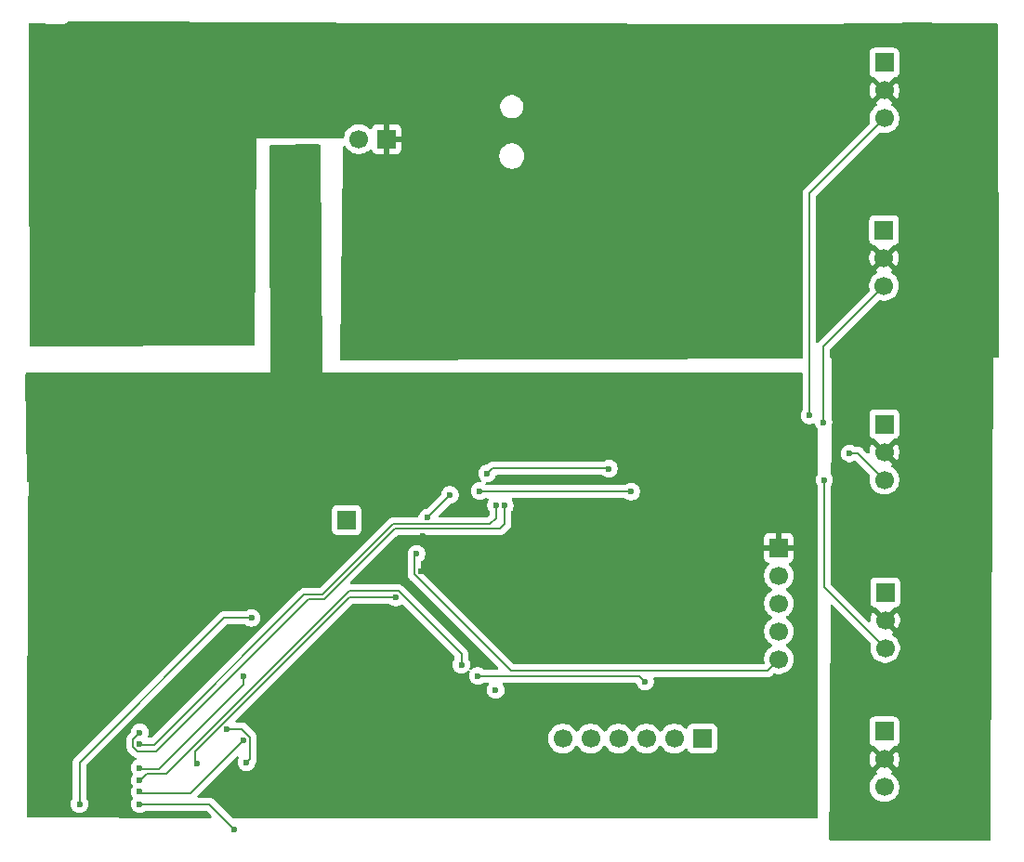
<source format=gbr>
%TF.GenerationSoftware,KiCad,Pcbnew,9.0.4*%
%TF.CreationDate,2025-10-22T08:48:54-05:00*%
%TF.ProjectId,MotorControl,4d6f746f-7243-46f6-9e74-726f6c2e6b69,rev?*%
%TF.SameCoordinates,Original*%
%TF.FileFunction,Copper,L2,Bot*%
%TF.FilePolarity,Positive*%
%FSLAX46Y46*%
G04 Gerber Fmt 4.6, Leading zero omitted, Abs format (unit mm)*
G04 Created by KiCad (PCBNEW 9.0.4) date 2025-10-22 08:48:54*
%MOMM*%
%LPD*%
G01*
G04 APERTURE LIST*
%TA.AperFunction,ComponentPad*%
%ADD10R,1.700000X1.700000*%
%TD*%
%TA.AperFunction,ComponentPad*%
%ADD11C,1.700000*%
%TD*%
%TA.AperFunction,ViaPad*%
%ADD12C,0.600000*%
%TD*%
%TA.AperFunction,ViaPad*%
%ADD13C,1.000000*%
%TD*%
%TA.AperFunction,Conductor*%
%ADD14C,0.200000*%
%TD*%
G04 APERTURE END LIST*
D10*
%TO.P,J3,1,Pin_1*%
%TO.N,GND*%
X156422400Y-74574400D03*
D11*
%TO.P,J3,2,Pin_2*%
%TO.N,5V*%
X156422400Y-77114400D03*
%TO.P,J3,3,Pin_3*%
%TO.N,Net-(J3-Pin_3)*%
X156422400Y-79654400D03*
%TD*%
D10*
%TO.P,J6,1,Pin_1*%
%TO.N,5V*%
X111075000Y-48600000D03*
D11*
%TO.P,J6,2,Pin_2*%
%TO.N,GND*%
X108535000Y-48600000D03*
%TD*%
D10*
%TO.P,J10,1,Pin_1*%
%TO.N,Boot*%
X107442000Y-83312000D03*
%TD*%
%TO.P,J5,1,Pin_1*%
%TO.N,+3.3V*%
X146812000Y-85852000D03*
D11*
%TO.P,J5,2,Pin_2*%
%TO.N,GND*%
X146812000Y-88392000D03*
%TO.P,J5,3,Pin_3*%
%TO.N,SWSCLK*%
X146812000Y-90932000D03*
%TO.P,J5,4,Pin_4*%
%TO.N,SWDIO*%
X146812000Y-93472000D03*
%TO.P,J5,5,Pin_5*%
%TO.N,NRST*%
X146812000Y-96012000D03*
%TD*%
D10*
%TO.P,J1,1,Pin_1*%
%TO.N,GND*%
X156422400Y-41630600D03*
D11*
%TO.P,J1,2,Pin_2*%
%TO.N,5V*%
X156422400Y-44170600D03*
%TO.P,J1,3,Pin_3*%
%TO.N,Motor1PWM*%
X156422400Y-46710600D03*
%TD*%
D10*
%TO.P,J7,1,Pin_1*%
%TO.N,GND*%
X156422400Y-102590600D03*
D11*
%TO.P,J7,2,Pin_2*%
%TO.N,5V*%
X156422400Y-105130600D03*
%TO.P,J7,3,Pin_3*%
%TO.N,Net-(J7-Pin_3)*%
X156422400Y-107670600D03*
%TD*%
D10*
%TO.P,J9,1,Pin_1*%
%TO.N,GND*%
X139830000Y-103240000D03*
D11*
%TO.P,J9,2,Pin_2*%
%TO.N,unconnected-(J9-Pin_2-Pad2)*%
X137290000Y-103240000D03*
%TO.P,J9,3,Pin_3*%
%TO.N,unconnected-(J9-Pin_3-Pad3)*%
X134750000Y-103240000D03*
%TO.P,J9,4,Pin_4*%
%TO.N,Debug_tx*%
X132210000Y-103240000D03*
%TO.P,J9,5,Pin_5*%
%TO.N,Debug_rx*%
X129670000Y-103240000D03*
%TO.P,J9,6,Pin_6*%
%TO.N,unconnected-(J9-Pin_6-Pad6)*%
X127130000Y-103240000D03*
%TD*%
D10*
%TO.P,J2,1,Pin_1*%
%TO.N,GND*%
X156397000Y-56896000D03*
D11*
%TO.P,J2,2,Pin_2*%
%TO.N,5V*%
X156397000Y-59436000D03*
%TO.P,J2,3,Pin_3*%
%TO.N,Net-(J2-Pin_3)*%
X156397000Y-61976000D03*
%TD*%
D10*
%TO.P,J4,1,Pin_1*%
%TO.N,GND*%
X156498600Y-89916000D03*
D11*
%TO.P,J4,2,Pin_2*%
%TO.N,5V*%
X156498600Y-92456000D03*
%TO.P,J4,3,Pin_3*%
%TO.N,Net-(J4-Pin_3)*%
X156498600Y-94996000D03*
%TD*%
D12*
%TO.N,+3.3V*%
X114350800Y-84734400D03*
X127330200Y-90525600D03*
X86500000Y-96627500D03*
X102000000Y-107500000D03*
X136906000Y-83312000D03*
X103610000Y-61780000D03*
X102718300Y-58547400D03*
X89000000Y-96627500D03*
X111404400Y-80213200D03*
X88580000Y-98610000D03*
X114173000Y-87985600D03*
X102718300Y-60500000D03*
%TO.N,5V*%
X127975000Y-49034800D03*
X130110200Y-51800000D03*
X127975000Y-51800000D03*
X96000000Y-58547400D03*
X127975000Y-47534800D03*
X127975000Y-50534800D03*
X127975000Y-45650000D03*
D13*
X93472000Y-58547400D03*
D12*
X132191400Y-52003200D03*
%TO.N,TX*%
X93780000Y-105520000D03*
X111912400Y-90388600D03*
%TO.N,RX*%
X117880600Y-96519200D03*
X88583400Y-107061000D03*
%TO.N,Net-(U1-SDA)*%
X133350000Y-80729200D03*
X119557800Y-80670400D03*
%TO.N,GreenLED*%
X98044000Y-103378000D03*
X88583400Y-108077000D03*
%TO.N,Motor1PWM*%
X149594600Y-73800400D03*
%TO.N,UART_RTS->Board_CTS*%
X119380000Y-97536000D03*
X88583400Y-105918000D03*
X134620000Y-98044000D03*
X98044000Y-97536000D03*
%TO.N,Net-(J2-Pin_3)*%
X150890000Y-74410000D03*
%TO.N,Net-(J3-Pin_3)*%
X153252200Y-77249000D03*
%TO.N,Net-(J4-Pin_3)*%
X150940800Y-79667800D03*
%TO.N,RedLED*%
X88583400Y-109220000D03*
X97190000Y-111510000D03*
%TO.N,Net-(U2-~{RESET})*%
X121005000Y-98825000D03*
X98750000Y-92250000D03*
X83083400Y-109220000D03*
%TO.N,Switch2*%
X88583400Y-102688400D03*
X121830600Y-82000000D03*
%TO.N,NRST*%
X113800000Y-86400000D03*
%TO.N,Switch1*%
X88583400Y-103759000D03*
X121030600Y-81950000D03*
%TO.N,GPIO_J9*%
X98298000Y-105410000D03*
X96520000Y-102362000D03*
%TO.N,MotorControl_SCL*%
X120230000Y-79080000D03*
X131330000Y-78640000D03*
%TO.N,Boot*%
X116840000Y-81026000D03*
X114783000Y-83083000D03*
%TD*%
D14*
%TO.N,TX*%
X93610000Y-105350000D02*
X93610000Y-104422056D01*
X93780000Y-105520000D02*
X93610000Y-105350000D01*
X94016028Y-104016028D02*
X107643457Y-90388600D01*
X93610000Y-104422056D02*
X94016028Y-104016028D01*
X107643457Y-90388600D02*
X111912400Y-90388600D01*
X93780000Y-105520000D02*
X93610000Y-105520000D01*
%TO.N,RX*%
X89184400Y-106487400D02*
X90977557Y-106487400D01*
X117880600Y-95506857D02*
X117880600Y-96519200D01*
X88583400Y-107088400D02*
X89184400Y-106487400D01*
X112161343Y-89787600D02*
X117880600Y-95506857D01*
X90977557Y-106487400D02*
X107677357Y-89787600D01*
X107677357Y-89787600D02*
X112161343Y-89787600D01*
%TO.N,Net-(U1-SDA)*%
X133350000Y-80729200D02*
X119616600Y-80729200D01*
X119616600Y-80729200D02*
X119557800Y-80670400D01*
X119557800Y-80670400D02*
X119507000Y-80619600D01*
%TO.N,GreenLED*%
X88583400Y-108188400D02*
X92118046Y-108188400D01*
X93233600Y-108188400D02*
X98044000Y-103378000D01*
X92118046Y-108188400D02*
X93233600Y-108188400D01*
%TO.N,Motor1PWM*%
X156422400Y-46710600D02*
X149594600Y-53538400D01*
X149594600Y-53538400D02*
X149594600Y-73800400D01*
%TO.N,UART_RTS->Board_CTS*%
X98044000Y-98298000D02*
X98044000Y-97536000D01*
X134112000Y-97536000D02*
X134620000Y-98044000D01*
X88583400Y-105988400D02*
X90353600Y-105988400D01*
X90353600Y-105988400D02*
X98044000Y-98298000D01*
X119380000Y-97536000D02*
X134112000Y-97536000D01*
%TO.N,Net-(J2-Pin_3)*%
X150890000Y-67483000D02*
X156397000Y-61976000D01*
X150890000Y-74410000D02*
X150890000Y-67483000D01*
%TO.N,Net-(J3-Pin_3)*%
X153252200Y-77249000D02*
X154017000Y-77249000D01*
X154017000Y-77249000D02*
X156422400Y-79654400D01*
%TO.N,Net-(J4-Pin_3)*%
X150940800Y-89438200D02*
X156498600Y-94996000D01*
X150940800Y-79667800D02*
X150940800Y-89438200D01*
%TO.N,RedLED*%
X88583400Y-109220000D02*
X94900000Y-109220000D01*
X94900000Y-109220000D02*
X97190000Y-111510000D01*
%TO.N,Net-(U2-~{RESET})*%
X121005000Y-98825000D02*
X121020000Y-98810000D01*
X83083400Y-109288400D02*
X83083400Y-105416600D01*
X96250000Y-92250000D02*
X98750000Y-92250000D01*
X83083400Y-105416600D02*
X96250000Y-92250000D01*
%TO.N,Switch2*%
X121830600Y-82000000D02*
X121830600Y-83669400D01*
X105373043Y-90532000D02*
X103932315Y-90532000D01*
X111805043Y-84100000D02*
X105373043Y-90532000D01*
X121830600Y-83669400D02*
X121400000Y-84100000D01*
X90074915Y-104389400D02*
X88334457Y-104389400D01*
X87982400Y-104037343D02*
X87982400Y-103289400D01*
X103932315Y-90532000D02*
X90074915Y-104389400D01*
X88334457Y-104389400D02*
X87982400Y-104037343D01*
X87982400Y-103289400D02*
X88583400Y-102688400D01*
X121400000Y-84100000D02*
X111805043Y-84100000D01*
%TO.N,NRST*%
X113800000Y-86400000D02*
X113572000Y-86628000D01*
X113572000Y-88238600D02*
X122380200Y-97046800D01*
X122380200Y-97046800D02*
X145777200Y-97046800D01*
X145777200Y-97046800D02*
X146812000Y-96012000D01*
X113572000Y-86628000D02*
X113572000Y-88238600D01*
%TO.N,Switch1*%
X103766215Y-90131000D02*
X103765215Y-90132000D01*
X121030600Y-83144400D02*
X120476000Y-83699000D01*
X89890229Y-103788400D02*
X88583400Y-103788400D01*
X121030600Y-81950000D02*
X121030600Y-83144400D01*
X105206943Y-90131000D02*
X103766215Y-90131000D01*
X120476000Y-83699000D02*
X111638943Y-83699000D01*
X103765215Y-90132000D02*
X103546629Y-90132000D01*
X111638943Y-83699000D02*
X105206943Y-90131000D01*
X103546629Y-90132000D02*
X89890229Y-103788400D01*
%TO.N,GPIO_J9*%
X97877943Y-102362000D02*
X96520000Y-102362000D01*
X98645000Y-105063000D02*
X98645000Y-103129057D01*
X98298000Y-105410000D02*
X98645000Y-105063000D01*
X98645000Y-103129057D02*
X97877943Y-102362000D01*
%TO.N,MotorControl_SCL*%
X120680000Y-78630000D02*
X120230000Y-79080000D01*
X131340000Y-78630000D02*
X131330000Y-78640000D01*
X131340000Y-78630000D02*
X120680000Y-78630000D01*
%TO.N,Boot*%
X114783000Y-83083000D02*
X116840000Y-81026000D01*
%TD*%
%TA.AperFunction,Conductor*%
%TO.N,5V*%
G36*
X160776885Y-37985506D02*
G01*
X160820371Y-38010042D01*
X160821460Y-38010664D01*
X160875741Y-38042027D01*
X160875744Y-38042028D01*
X160878668Y-38043240D01*
X160878680Y-38043245D01*
X160880339Y-38043933D01*
X160940202Y-38059338D01*
X160941850Y-38059763D01*
X161003024Y-38076175D01*
X161005614Y-38076175D01*
X161008136Y-38076824D01*
X161008141Y-38076823D01*
X161008142Y-38076824D01*
X161070897Y-38076201D01*
X161072084Y-38076196D01*
X166663067Y-38077970D01*
X166730099Y-38097676D01*
X166775837Y-38150494D01*
X166787026Y-38201655D01*
X166863620Y-68396615D01*
X166844105Y-68463705D01*
X166791417Y-68509593D01*
X166740219Y-68520929D01*
X166363185Y-68522751D01*
X151630786Y-68593906D01*
X151630787Y-68593906D01*
X151615097Y-68593981D01*
X151547964Y-68574620D01*
X151501955Y-68522038D01*
X151490500Y-68469983D01*
X151490500Y-67783096D01*
X151510185Y-67716057D01*
X151526814Y-67695420D01*
X155912478Y-63309755D01*
X155973799Y-63276272D01*
X156038473Y-63279506D01*
X156080757Y-63293246D01*
X156290713Y-63326500D01*
X156290714Y-63326500D01*
X156503286Y-63326500D01*
X156503287Y-63326500D01*
X156713243Y-63293246D01*
X156915412Y-63227557D01*
X157104816Y-63131051D01*
X157126789Y-63115086D01*
X157276786Y-63006109D01*
X157276788Y-63006106D01*
X157276792Y-63006104D01*
X157427104Y-62855792D01*
X157427106Y-62855788D01*
X157427109Y-62855786D01*
X157552048Y-62683820D01*
X157552047Y-62683820D01*
X157552051Y-62683816D01*
X157648557Y-62494412D01*
X157714246Y-62292243D01*
X157747500Y-62082287D01*
X157747500Y-61869713D01*
X157714246Y-61659757D01*
X157648557Y-61457588D01*
X157552051Y-61268184D01*
X157552049Y-61268181D01*
X157552048Y-61268179D01*
X157427109Y-61096213D01*
X157276786Y-60945890D01*
X157104817Y-60820949D01*
X157095504Y-60816204D01*
X157044707Y-60768230D01*
X157027912Y-60700409D01*
X157050449Y-60634274D01*
X157095507Y-60595232D01*
X157104555Y-60590622D01*
X157158716Y-60551270D01*
X157158717Y-60551270D01*
X156526408Y-59918962D01*
X156589993Y-59901925D01*
X156704007Y-59836099D01*
X156797099Y-59743007D01*
X156862925Y-59628993D01*
X156879962Y-59565408D01*
X157512270Y-60197717D01*
X157512270Y-60197716D01*
X157551622Y-60143554D01*
X157648095Y-59954217D01*
X157713757Y-59752130D01*
X157713757Y-59752127D01*
X157747000Y-59542246D01*
X157747000Y-59329753D01*
X157713757Y-59119872D01*
X157713757Y-59119869D01*
X157648095Y-58917782D01*
X157551624Y-58728449D01*
X157512270Y-58674282D01*
X157512269Y-58674282D01*
X156879962Y-59306590D01*
X156862925Y-59243007D01*
X156797099Y-59128993D01*
X156704007Y-59035901D01*
X156589993Y-58970075D01*
X156526409Y-58953037D01*
X157196627Y-58282818D01*
X157257950Y-58249333D01*
X157284307Y-58246499D01*
X157294872Y-58246499D01*
X157354483Y-58240091D01*
X157489331Y-58189796D01*
X157604546Y-58103546D01*
X157690796Y-57988331D01*
X157741091Y-57853483D01*
X157747500Y-57793873D01*
X157747499Y-55998128D01*
X157741091Y-55938517D01*
X157690796Y-55803669D01*
X157690795Y-55803668D01*
X157690793Y-55803664D01*
X157604547Y-55688455D01*
X157604544Y-55688452D01*
X157489335Y-55602206D01*
X157489328Y-55602202D01*
X157354482Y-55551908D01*
X157354483Y-55551908D01*
X157294883Y-55545501D01*
X157294881Y-55545500D01*
X157294873Y-55545500D01*
X157294864Y-55545500D01*
X155499129Y-55545500D01*
X155499123Y-55545501D01*
X155439516Y-55551908D01*
X155304671Y-55602202D01*
X155304664Y-55602206D01*
X155189455Y-55688452D01*
X155189452Y-55688455D01*
X155103206Y-55803664D01*
X155103202Y-55803671D01*
X155052908Y-55938517D01*
X155046501Y-55998116D01*
X155046501Y-55998123D01*
X155046500Y-55998135D01*
X155046500Y-57793870D01*
X155046501Y-57793876D01*
X155052908Y-57853483D01*
X155103202Y-57988328D01*
X155103206Y-57988335D01*
X155189452Y-58103544D01*
X155189455Y-58103547D01*
X155304664Y-58189793D01*
X155304671Y-58189797D01*
X155349618Y-58206561D01*
X155439517Y-58240091D01*
X155499127Y-58246500D01*
X155509685Y-58246499D01*
X155576723Y-58266179D01*
X155597372Y-58282818D01*
X156267591Y-58953037D01*
X156204007Y-58970075D01*
X156089993Y-59035901D01*
X155996901Y-59128993D01*
X155931075Y-59243007D01*
X155914037Y-59306591D01*
X155281728Y-58674282D01*
X155281727Y-58674282D01*
X155242380Y-58728439D01*
X155145904Y-58917782D01*
X155080242Y-59119869D01*
X155080242Y-59119872D01*
X155047000Y-59329753D01*
X155047000Y-59542246D01*
X155080242Y-59752127D01*
X155080242Y-59752130D01*
X155145904Y-59954217D01*
X155242375Y-60143550D01*
X155281728Y-60197716D01*
X155914037Y-59565408D01*
X155931075Y-59628993D01*
X155996901Y-59743007D01*
X156089993Y-59836099D01*
X156204007Y-59901925D01*
X156267590Y-59918962D01*
X155635282Y-60551269D01*
X155635282Y-60551270D01*
X155689452Y-60590626D01*
X155689451Y-60590626D01*
X155698495Y-60595234D01*
X155749292Y-60643208D01*
X155766087Y-60711029D01*
X155743550Y-60777164D01*
X155698499Y-60816202D01*
X155689182Y-60820949D01*
X155517213Y-60945890D01*
X155366890Y-61096213D01*
X155241951Y-61268179D01*
X155145444Y-61457585D01*
X155079753Y-61659760D01*
X155046500Y-61869713D01*
X155046500Y-62082286D01*
X155079754Y-62292244D01*
X155079754Y-62292247D01*
X155093491Y-62334523D01*
X155095486Y-62404364D01*
X155063241Y-62460522D01*
X150521286Y-67002478D01*
X150406781Y-67116983D01*
X150345458Y-67150468D01*
X150275766Y-67145484D01*
X150219833Y-67103612D01*
X150195416Y-67038148D01*
X150195100Y-67029302D01*
X150195100Y-53838496D01*
X150214785Y-53771457D01*
X150231414Y-53750820D01*
X155937878Y-48044355D01*
X155999199Y-48010872D01*
X156063873Y-48014106D01*
X156106157Y-48027846D01*
X156316113Y-48061100D01*
X156316114Y-48061100D01*
X156528686Y-48061100D01*
X156528687Y-48061100D01*
X156738643Y-48027846D01*
X156940812Y-47962157D01*
X157130216Y-47865651D01*
X157152189Y-47849686D01*
X157302186Y-47740709D01*
X157302188Y-47740706D01*
X157302192Y-47740704D01*
X157452504Y-47590392D01*
X157452506Y-47590388D01*
X157452509Y-47590386D01*
X157577448Y-47418420D01*
X157577447Y-47418420D01*
X157577451Y-47418416D01*
X157673957Y-47229012D01*
X157739646Y-47026843D01*
X157772900Y-46816887D01*
X157772900Y-46604313D01*
X157739646Y-46394357D01*
X157673957Y-46192188D01*
X157577451Y-46002784D01*
X157577449Y-46002781D01*
X157577448Y-46002779D01*
X157452509Y-45830813D01*
X157302186Y-45680490D01*
X157130217Y-45555549D01*
X157120904Y-45550804D01*
X157070107Y-45502830D01*
X157053312Y-45435009D01*
X157075849Y-45368874D01*
X157120907Y-45329832D01*
X157129955Y-45325222D01*
X157184116Y-45285870D01*
X157184117Y-45285870D01*
X156551808Y-44653562D01*
X156615393Y-44636525D01*
X156729407Y-44570699D01*
X156822499Y-44477607D01*
X156888325Y-44363593D01*
X156905362Y-44300008D01*
X157537670Y-44932317D01*
X157537670Y-44932316D01*
X157577022Y-44878154D01*
X157673495Y-44688817D01*
X157739157Y-44486730D01*
X157739157Y-44486727D01*
X157772400Y-44276846D01*
X157772400Y-44064353D01*
X157739157Y-43854472D01*
X157739157Y-43854469D01*
X157673495Y-43652382D01*
X157577024Y-43463049D01*
X157537670Y-43408882D01*
X157537669Y-43408882D01*
X156905362Y-44041190D01*
X156888325Y-43977607D01*
X156822499Y-43863593D01*
X156729407Y-43770501D01*
X156615393Y-43704675D01*
X156551809Y-43687637D01*
X157222027Y-43017418D01*
X157283350Y-42983933D01*
X157309707Y-42981099D01*
X157320272Y-42981099D01*
X157379883Y-42974691D01*
X157514731Y-42924396D01*
X157629946Y-42838146D01*
X157716196Y-42722931D01*
X157766491Y-42588083D01*
X157772900Y-42528473D01*
X157772899Y-40732728D01*
X157766491Y-40673117D01*
X157716196Y-40538269D01*
X157716195Y-40538268D01*
X157716193Y-40538264D01*
X157629947Y-40423055D01*
X157629944Y-40423052D01*
X157514735Y-40336806D01*
X157514728Y-40336802D01*
X157379882Y-40286508D01*
X157379883Y-40286508D01*
X157320283Y-40280101D01*
X157320281Y-40280100D01*
X157320273Y-40280100D01*
X157320264Y-40280100D01*
X155524529Y-40280100D01*
X155524523Y-40280101D01*
X155464916Y-40286508D01*
X155330071Y-40336802D01*
X155330064Y-40336806D01*
X155214855Y-40423052D01*
X155214852Y-40423055D01*
X155128606Y-40538264D01*
X155128602Y-40538271D01*
X155078308Y-40673117D01*
X155071901Y-40732716D01*
X155071901Y-40732723D01*
X155071900Y-40732735D01*
X155071900Y-42528470D01*
X155071901Y-42528476D01*
X155078308Y-42588083D01*
X155128602Y-42722928D01*
X155128606Y-42722935D01*
X155214852Y-42838144D01*
X155214855Y-42838147D01*
X155330064Y-42924393D01*
X155330071Y-42924397D01*
X155375018Y-42941161D01*
X155464917Y-42974691D01*
X155524527Y-42981100D01*
X155535085Y-42981099D01*
X155602123Y-43000779D01*
X155622772Y-43017418D01*
X156292991Y-43687637D01*
X156229407Y-43704675D01*
X156115393Y-43770501D01*
X156022301Y-43863593D01*
X155956475Y-43977607D01*
X155939437Y-44041191D01*
X155307128Y-43408882D01*
X155307127Y-43408882D01*
X155267780Y-43463039D01*
X155171304Y-43652382D01*
X155105642Y-43854469D01*
X155105642Y-43854472D01*
X155072400Y-44064353D01*
X155072400Y-44276846D01*
X155105642Y-44486727D01*
X155105642Y-44486730D01*
X155171304Y-44688817D01*
X155267775Y-44878150D01*
X155307128Y-44932316D01*
X155939437Y-44300008D01*
X155956475Y-44363593D01*
X156022301Y-44477607D01*
X156115393Y-44570699D01*
X156229407Y-44636525D01*
X156292990Y-44653562D01*
X155660682Y-45285869D01*
X155660682Y-45285870D01*
X155714852Y-45325226D01*
X155714851Y-45325226D01*
X155723895Y-45329834D01*
X155774692Y-45377808D01*
X155791487Y-45445629D01*
X155768950Y-45511764D01*
X155723899Y-45550802D01*
X155714582Y-45555549D01*
X155542613Y-45680490D01*
X155392290Y-45830813D01*
X155267351Y-46002779D01*
X155170844Y-46192185D01*
X155105153Y-46394360D01*
X155071900Y-46604313D01*
X155071900Y-46816886D01*
X155105154Y-47026844D01*
X155105154Y-47026847D01*
X155118891Y-47069123D01*
X155120886Y-47138964D01*
X155088641Y-47195122D01*
X149225886Y-53057878D01*
X149114081Y-53169682D01*
X149114079Y-53169685D01*
X149063961Y-53256494D01*
X149063959Y-53256496D01*
X149035025Y-53306609D01*
X149035024Y-53306610D01*
X149035023Y-53306615D01*
X148994099Y-53459343D01*
X148994099Y-53459345D01*
X148994099Y-53627446D01*
X148994100Y-53627459D01*
X148994100Y-68483237D01*
X148974415Y-68550276D01*
X148921611Y-68596031D01*
X148870699Y-68607236D01*
X106996562Y-68809481D01*
X106929428Y-68790120D01*
X106883419Y-68737538D01*
X106871972Y-68683954D01*
X106873081Y-68593982D01*
X107101444Y-50059448D01*
X121324500Y-50059448D01*
X121324500Y-50240551D01*
X121352829Y-50419410D01*
X121408787Y-50591636D01*
X121408788Y-50591639D01*
X121491006Y-50752997D01*
X121597441Y-50899494D01*
X121597445Y-50899499D01*
X121725500Y-51027554D01*
X121725505Y-51027558D01*
X121853287Y-51120396D01*
X121872006Y-51133996D01*
X121977484Y-51187740D01*
X122033360Y-51216211D01*
X122033363Y-51216212D01*
X122119476Y-51244191D01*
X122205591Y-51272171D01*
X122288429Y-51285291D01*
X122384449Y-51300500D01*
X122384454Y-51300500D01*
X122565551Y-51300500D01*
X122652259Y-51286765D01*
X122744409Y-51272171D01*
X122916639Y-51216211D01*
X123077994Y-51133996D01*
X123224501Y-51027553D01*
X123352553Y-50899501D01*
X123458996Y-50752994D01*
X123541211Y-50591639D01*
X123597171Y-50419409D01*
X123611765Y-50327259D01*
X123625500Y-50240551D01*
X123625500Y-50059448D01*
X123606327Y-49938400D01*
X123597171Y-49880591D01*
X123541211Y-49708361D01*
X123541211Y-49708360D01*
X123501337Y-49630104D01*
X123458996Y-49547006D01*
X123445396Y-49528287D01*
X123352558Y-49400505D01*
X123352554Y-49400500D01*
X123224499Y-49272445D01*
X123224494Y-49272441D01*
X123077997Y-49166006D01*
X123077996Y-49166005D01*
X123077994Y-49166004D01*
X123026300Y-49139664D01*
X122916639Y-49083788D01*
X122916636Y-49083787D01*
X122744410Y-49027829D01*
X122565551Y-48999500D01*
X122565546Y-48999500D01*
X122384454Y-48999500D01*
X122384449Y-48999500D01*
X122205589Y-49027829D01*
X122033363Y-49083787D01*
X122033360Y-49083788D01*
X121872002Y-49166006D01*
X121725505Y-49272441D01*
X121725500Y-49272445D01*
X121597445Y-49400500D01*
X121597441Y-49400505D01*
X121491006Y-49547002D01*
X121408788Y-49708360D01*
X121408787Y-49708363D01*
X121352829Y-49880589D01*
X121324500Y-50059448D01*
X107101444Y-50059448D01*
X107110867Y-49294659D01*
X107131375Y-49227871D01*
X107184739Y-49182771D01*
X107254015Y-49173680D01*
X107317208Y-49203486D01*
X107345342Y-49239896D01*
X107373245Y-49294659D01*
X107379951Y-49307819D01*
X107504890Y-49479786D01*
X107655213Y-49630109D01*
X107827179Y-49755048D01*
X107827181Y-49755049D01*
X107827184Y-49755051D01*
X108016588Y-49851557D01*
X108218757Y-49917246D01*
X108428713Y-49950500D01*
X108428714Y-49950500D01*
X108641286Y-49950500D01*
X108641287Y-49950500D01*
X108851243Y-49917246D01*
X109053412Y-49851557D01*
X109242816Y-49755051D01*
X109329478Y-49692088D01*
X109414784Y-49630110D01*
X109414784Y-49630109D01*
X109414792Y-49630104D01*
X109528717Y-49516178D01*
X109590036Y-49482696D01*
X109659728Y-49487680D01*
X109715662Y-49529551D01*
X109732577Y-49560528D01*
X109781646Y-49692088D01*
X109781649Y-49692093D01*
X109867809Y-49807187D01*
X109867812Y-49807190D01*
X109982906Y-49893350D01*
X109982913Y-49893354D01*
X110117620Y-49943596D01*
X110117627Y-49943598D01*
X110177155Y-49949999D01*
X110177172Y-49950000D01*
X110825000Y-49950000D01*
X110825000Y-49033012D01*
X110882007Y-49065925D01*
X111009174Y-49100000D01*
X111140826Y-49100000D01*
X111267993Y-49065925D01*
X111325000Y-49033012D01*
X111325000Y-49950000D01*
X111972828Y-49950000D01*
X111972844Y-49949999D01*
X112032372Y-49943598D01*
X112032379Y-49943596D01*
X112046313Y-49938400D01*
X112167086Y-49893354D01*
X112167093Y-49893350D01*
X112282187Y-49807190D01*
X112282190Y-49807187D01*
X112368350Y-49692093D01*
X112368354Y-49692086D01*
X112418596Y-49557379D01*
X112418598Y-49557372D01*
X112424999Y-49497844D01*
X112425000Y-49497827D01*
X112425000Y-48850000D01*
X111508012Y-48850000D01*
X111540925Y-48792993D01*
X111575000Y-48665826D01*
X111575000Y-48581512D01*
X146087266Y-48728821D01*
X146421584Y-38144088D01*
X147280319Y-38133600D01*
X147281864Y-38133593D01*
X149733296Y-38141687D01*
X149734108Y-38141905D01*
X149799117Y-38141905D01*
X149864239Y-38142120D01*
X149864239Y-38142119D01*
X149864254Y-38142120D01*
X149864803Y-38142048D01*
X149865221Y-38141994D01*
X149865868Y-38141910D01*
X149865887Y-38141905D01*
X149865892Y-38141905D01*
X149928766Y-38125058D01*
X149991645Y-38108432D01*
X149992347Y-38108028D01*
X150000833Y-38105756D01*
X150000891Y-38105757D01*
X150001133Y-38105676D01*
X150001265Y-38105641D01*
X150001298Y-38105767D01*
X150006339Y-38105887D01*
X150035295Y-38099949D01*
X160714440Y-37969511D01*
X160776885Y-37985506D01*
G37*
%TD.AperFunction*%
%TD*%
%TA.AperFunction,Conductor*%
%TO.N,+3.3V*%
G36*
X148937095Y-69877693D02*
G01*
X148982872Y-69930477D01*
X148994100Y-69982037D01*
X148994100Y-73220634D01*
X148974415Y-73287673D01*
X148973202Y-73289525D01*
X148885209Y-73421214D01*
X148885202Y-73421227D01*
X148824864Y-73566898D01*
X148824861Y-73566910D01*
X148794100Y-73721553D01*
X148794100Y-73879246D01*
X148824861Y-74033889D01*
X148824864Y-74033901D01*
X148885202Y-74179572D01*
X148885209Y-74179585D01*
X148972810Y-74310688D01*
X148972813Y-74310692D01*
X149084307Y-74422186D01*
X149084311Y-74422189D01*
X149215414Y-74509790D01*
X149215427Y-74509797D01*
X149361098Y-74570135D01*
X149361103Y-74570137D01*
X149515753Y-74600899D01*
X149515756Y-74600900D01*
X149515758Y-74600900D01*
X149673444Y-74600900D01*
X149673445Y-74600899D01*
X149828097Y-74570137D01*
X149889111Y-74544864D01*
X149944949Y-74521736D01*
X150014418Y-74514267D01*
X150076897Y-74545542D01*
X150112549Y-74605631D01*
X150114018Y-74612104D01*
X150120262Y-74643492D01*
X150120264Y-74643501D01*
X150180602Y-74789172D01*
X150180609Y-74789185D01*
X150268209Y-74920287D01*
X150268210Y-74920288D01*
X150268211Y-74920289D01*
X150343982Y-74996060D01*
X150377466Y-75057381D01*
X150380300Y-75083740D01*
X150380300Y-79044859D01*
X150360615Y-79111898D01*
X150343981Y-79132540D01*
X150319013Y-79157507D01*
X150319010Y-79157511D01*
X150231409Y-79288614D01*
X150231402Y-79288627D01*
X150171064Y-79434298D01*
X150171061Y-79434310D01*
X150140300Y-79588953D01*
X150140300Y-79746646D01*
X150171061Y-79901289D01*
X150171064Y-79901301D01*
X150231402Y-80046972D01*
X150231409Y-80046985D01*
X150319402Y-80178674D01*
X150340280Y-80245351D01*
X150340300Y-80247565D01*
X150340300Y-89351530D01*
X150340299Y-89351548D01*
X150340299Y-89359143D01*
X150340299Y-89517257D01*
X150349479Y-89551516D01*
X150376075Y-89650772D01*
X150380300Y-89682866D01*
X150380300Y-110363590D01*
X150360615Y-110430629D01*
X150307811Y-110476384D01*
X150256273Y-110487590D01*
X97056702Y-110476132D01*
X96989667Y-110456433D01*
X96969048Y-110439813D01*
X95387590Y-108858355D01*
X95387588Y-108858352D01*
X95268717Y-108739481D01*
X95268716Y-108739480D01*
X95181904Y-108689360D01*
X95181904Y-108689359D01*
X95181900Y-108689358D01*
X95131785Y-108660423D01*
X94979057Y-108619499D01*
X94820943Y-108619499D01*
X94813347Y-108619499D01*
X94813331Y-108619500D01*
X93951096Y-108619500D01*
X93884057Y-108599815D01*
X93838302Y-108547011D01*
X93828358Y-108477853D01*
X93857383Y-108414297D01*
X93863415Y-108407819D01*
X95853696Y-106417538D01*
X97399507Y-104871726D01*
X97460829Y-104838243D01*
X97530521Y-104843227D01*
X97586454Y-104885099D01*
X97610871Y-104950563D01*
X97596019Y-105018836D01*
X97590294Y-105028292D01*
X97588613Y-105030808D01*
X97588602Y-105030827D01*
X97528264Y-105176498D01*
X97528261Y-105176510D01*
X97497500Y-105331153D01*
X97497500Y-105488846D01*
X97528261Y-105643489D01*
X97528264Y-105643501D01*
X97588602Y-105789172D01*
X97588609Y-105789185D01*
X97676210Y-105920288D01*
X97676213Y-105920292D01*
X97787707Y-106031786D01*
X97787711Y-106031789D01*
X97918814Y-106119390D01*
X97918827Y-106119397D01*
X98064498Y-106179735D01*
X98064503Y-106179737D01*
X98219153Y-106210499D01*
X98219156Y-106210500D01*
X98219158Y-106210500D01*
X98376844Y-106210500D01*
X98376845Y-106210499D01*
X98531497Y-106179737D01*
X98677179Y-106119394D01*
X98808289Y-106031789D01*
X98919789Y-105920289D01*
X99007394Y-105789179D01*
X99067737Y-105643497D01*
X99088557Y-105538827D01*
X99098744Y-105487617D01*
X99100336Y-105483468D01*
X99100251Y-105480992D01*
X99105160Y-105470902D01*
X99113798Y-105448401D01*
X99121089Y-105436146D01*
X99125520Y-105431716D01*
X99183701Y-105330943D01*
X99204577Y-105294785D01*
X99245500Y-105142057D01*
X99245500Y-104983943D01*
X99245500Y-103133713D01*
X125779500Y-103133713D01*
X125779500Y-103346287D01*
X125783012Y-103368460D01*
X125812753Y-103556239D01*
X125878444Y-103758414D01*
X125974951Y-103947820D01*
X126099890Y-104119786D01*
X126250213Y-104270109D01*
X126422179Y-104395048D01*
X126422181Y-104395049D01*
X126422184Y-104395051D01*
X126611588Y-104491557D01*
X126813757Y-104557246D01*
X127023713Y-104590500D01*
X127023714Y-104590500D01*
X127236286Y-104590500D01*
X127236287Y-104590500D01*
X127446243Y-104557246D01*
X127648412Y-104491557D01*
X127837816Y-104395051D01*
X127924138Y-104332335D01*
X128009786Y-104270109D01*
X128009788Y-104270106D01*
X128009792Y-104270104D01*
X128160104Y-104119792D01*
X128160106Y-104119788D01*
X128160109Y-104119786D01*
X128285048Y-103947820D01*
X128285047Y-103947820D01*
X128285051Y-103947816D01*
X128289514Y-103939054D01*
X128337488Y-103888259D01*
X128405308Y-103871463D01*
X128471444Y-103893999D01*
X128510486Y-103939056D01*
X128514951Y-103947820D01*
X128639890Y-104119786D01*
X128790213Y-104270109D01*
X128962179Y-104395048D01*
X128962181Y-104395049D01*
X128962184Y-104395051D01*
X129151588Y-104491557D01*
X129353757Y-104557246D01*
X129563713Y-104590500D01*
X129563714Y-104590500D01*
X129776286Y-104590500D01*
X129776287Y-104590500D01*
X129986243Y-104557246D01*
X130188412Y-104491557D01*
X130377816Y-104395051D01*
X130464138Y-104332335D01*
X130549786Y-104270109D01*
X130549788Y-104270106D01*
X130549792Y-104270104D01*
X130700104Y-104119792D01*
X130700106Y-104119788D01*
X130700109Y-104119786D01*
X130825048Y-103947820D01*
X130825047Y-103947820D01*
X130825051Y-103947816D01*
X130829514Y-103939054D01*
X130877488Y-103888259D01*
X130945308Y-103871463D01*
X131011444Y-103893999D01*
X131050486Y-103939056D01*
X131054951Y-103947820D01*
X131179890Y-104119786D01*
X131330213Y-104270109D01*
X131502179Y-104395048D01*
X131502181Y-104395049D01*
X131502184Y-104395051D01*
X131691588Y-104491557D01*
X131893757Y-104557246D01*
X132103713Y-104590500D01*
X132103714Y-104590500D01*
X132316286Y-104590500D01*
X132316287Y-104590500D01*
X132526243Y-104557246D01*
X132728412Y-104491557D01*
X132917816Y-104395051D01*
X133004138Y-104332335D01*
X133089786Y-104270109D01*
X133089788Y-104270106D01*
X133089792Y-104270104D01*
X133240104Y-104119792D01*
X133240106Y-104119788D01*
X133240109Y-104119786D01*
X133365048Y-103947820D01*
X133365047Y-103947820D01*
X133365051Y-103947816D01*
X133369514Y-103939054D01*
X133417488Y-103888259D01*
X133485308Y-103871463D01*
X133551444Y-103893999D01*
X133590486Y-103939056D01*
X133594951Y-103947820D01*
X133719890Y-104119786D01*
X133870213Y-104270109D01*
X134042179Y-104395048D01*
X134042181Y-104395049D01*
X134042184Y-104395051D01*
X134231588Y-104491557D01*
X134433757Y-104557246D01*
X134643713Y-104590500D01*
X134643714Y-104590500D01*
X134856286Y-104590500D01*
X134856287Y-104590500D01*
X135066243Y-104557246D01*
X135268412Y-104491557D01*
X135457816Y-104395051D01*
X135544138Y-104332335D01*
X135629786Y-104270109D01*
X135629788Y-104270106D01*
X135629792Y-104270104D01*
X135780104Y-104119792D01*
X135780106Y-104119788D01*
X135780109Y-104119786D01*
X135905048Y-103947820D01*
X135905047Y-103947820D01*
X135905051Y-103947816D01*
X135909514Y-103939054D01*
X135957488Y-103888259D01*
X136025308Y-103871463D01*
X136091444Y-103893999D01*
X136130486Y-103939056D01*
X136134951Y-103947820D01*
X136259890Y-104119786D01*
X136410213Y-104270109D01*
X136582179Y-104395048D01*
X136582181Y-104395049D01*
X136582184Y-104395051D01*
X136771588Y-104491557D01*
X136973757Y-104557246D01*
X137183713Y-104590500D01*
X137183714Y-104590500D01*
X137396286Y-104590500D01*
X137396287Y-104590500D01*
X137606243Y-104557246D01*
X137808412Y-104491557D01*
X137997816Y-104395051D01*
X138092603Y-104326185D01*
X138169784Y-104270110D01*
X138169784Y-104270109D01*
X138169792Y-104270104D01*
X138283329Y-104156566D01*
X138344648Y-104123084D01*
X138414340Y-104128068D01*
X138470274Y-104169939D01*
X138487189Y-104200917D01*
X138536202Y-104332328D01*
X138536206Y-104332335D01*
X138622452Y-104447544D01*
X138622455Y-104447547D01*
X138737664Y-104533793D01*
X138737671Y-104533797D01*
X138872517Y-104584091D01*
X138872516Y-104584091D01*
X138879444Y-104584835D01*
X138932127Y-104590500D01*
X140727872Y-104590499D01*
X140787483Y-104584091D01*
X140922331Y-104533796D01*
X141037546Y-104447546D01*
X141123796Y-104332331D01*
X141174091Y-104197483D01*
X141180500Y-104137873D01*
X141180499Y-102342128D01*
X141174091Y-102282517D01*
X141172810Y-102279083D01*
X141123797Y-102147671D01*
X141123793Y-102147664D01*
X141037547Y-102032455D01*
X141037544Y-102032452D01*
X140922335Y-101946206D01*
X140922328Y-101946202D01*
X140787482Y-101895908D01*
X140787483Y-101895908D01*
X140727883Y-101889501D01*
X140727881Y-101889500D01*
X140727873Y-101889500D01*
X140727864Y-101889500D01*
X138932129Y-101889500D01*
X138932123Y-101889501D01*
X138872516Y-101895908D01*
X138737671Y-101946202D01*
X138737664Y-101946206D01*
X138622455Y-102032452D01*
X138622452Y-102032455D01*
X138536206Y-102147664D01*
X138536203Y-102147669D01*
X138487189Y-102279083D01*
X138445317Y-102335016D01*
X138379853Y-102359433D01*
X138311580Y-102344581D01*
X138283326Y-102323430D01*
X138169786Y-102209890D01*
X137997820Y-102084951D01*
X137808414Y-101988444D01*
X137808413Y-101988443D01*
X137808412Y-101988443D01*
X137606243Y-101922754D01*
X137606241Y-101922753D01*
X137606240Y-101922753D01*
X137444957Y-101897208D01*
X137396287Y-101889500D01*
X137183713Y-101889500D01*
X137135042Y-101897208D01*
X136973760Y-101922753D01*
X136771585Y-101988444D01*
X136582179Y-102084951D01*
X136410213Y-102209890D01*
X136259890Y-102360213D01*
X136134949Y-102532182D01*
X136130484Y-102540946D01*
X136082509Y-102591742D01*
X136014688Y-102608536D01*
X135948553Y-102585998D01*
X135909516Y-102540946D01*
X135905050Y-102532182D01*
X135780109Y-102360213D01*
X135629786Y-102209890D01*
X135457820Y-102084951D01*
X135268414Y-101988444D01*
X135268413Y-101988443D01*
X135268412Y-101988443D01*
X135066243Y-101922754D01*
X135066241Y-101922753D01*
X135066240Y-101922753D01*
X134904957Y-101897208D01*
X134856287Y-101889500D01*
X134643713Y-101889500D01*
X134595042Y-101897208D01*
X134433760Y-101922753D01*
X134231585Y-101988444D01*
X134042179Y-102084951D01*
X133870213Y-102209890D01*
X133719890Y-102360213D01*
X133594949Y-102532182D01*
X133590484Y-102540946D01*
X133542509Y-102591742D01*
X133474688Y-102608536D01*
X133408553Y-102585998D01*
X133369516Y-102540946D01*
X133365050Y-102532182D01*
X133240109Y-102360213D01*
X133089786Y-102209890D01*
X132917820Y-102084951D01*
X132728414Y-101988444D01*
X132728413Y-101988443D01*
X132728412Y-101988443D01*
X132526243Y-101922754D01*
X132526241Y-101922753D01*
X132526240Y-101922753D01*
X132364957Y-101897208D01*
X132316287Y-101889500D01*
X132103713Y-101889500D01*
X132055042Y-101897208D01*
X131893760Y-101922753D01*
X131691585Y-101988444D01*
X131502179Y-102084951D01*
X131330213Y-102209890D01*
X131179890Y-102360213D01*
X131054949Y-102532182D01*
X131050484Y-102540946D01*
X131002509Y-102591742D01*
X130934688Y-102608536D01*
X130868553Y-102585998D01*
X130829516Y-102540946D01*
X130825050Y-102532182D01*
X130700109Y-102360213D01*
X130549786Y-102209890D01*
X130377820Y-102084951D01*
X130188414Y-101988444D01*
X130188413Y-101988443D01*
X130188412Y-101988443D01*
X129986243Y-101922754D01*
X129986241Y-101922753D01*
X129986240Y-101922753D01*
X129824957Y-101897208D01*
X129776287Y-101889500D01*
X129563713Y-101889500D01*
X129515042Y-101897208D01*
X129353760Y-101922753D01*
X129151585Y-101988444D01*
X128962179Y-102084951D01*
X128790213Y-102209890D01*
X128639890Y-102360213D01*
X128514949Y-102532182D01*
X128510484Y-102540946D01*
X128462509Y-102591742D01*
X128394688Y-102608536D01*
X128328553Y-102585998D01*
X128289516Y-102540946D01*
X128285050Y-102532182D01*
X128160109Y-102360213D01*
X128009786Y-102209890D01*
X127837820Y-102084951D01*
X127648414Y-101988444D01*
X127648413Y-101988443D01*
X127648412Y-101988443D01*
X127446243Y-101922754D01*
X127446241Y-101922753D01*
X127446240Y-101922753D01*
X127284957Y-101897208D01*
X127236287Y-101889500D01*
X127023713Y-101889500D01*
X126975042Y-101897208D01*
X126813760Y-101922753D01*
X126611585Y-101988444D01*
X126422179Y-102084951D01*
X126250213Y-102209890D01*
X126099890Y-102360213D01*
X125974951Y-102532179D01*
X125878444Y-102721585D01*
X125812753Y-102923760D01*
X125799575Y-103006966D01*
X125779500Y-103133713D01*
X99245500Y-103133713D01*
X99245500Y-103050000D01*
X99245394Y-103049606D01*
X99231172Y-102996527D01*
X99204577Y-102897273D01*
X99153544Y-102808880D01*
X99125524Y-102760347D01*
X99125521Y-102760343D01*
X99125520Y-102760341D01*
X99013716Y-102648537D01*
X99013715Y-102648536D01*
X99009385Y-102644206D01*
X99009374Y-102644196D01*
X98365533Y-102000355D01*
X98365531Y-102000352D01*
X98246660Y-101881481D01*
X98246659Y-101881480D01*
X98159847Y-101831360D01*
X98159847Y-101831359D01*
X98159843Y-101831358D01*
X98109728Y-101802423D01*
X97957000Y-101761499D01*
X97798886Y-101761499D01*
X97791290Y-101761499D01*
X97791274Y-101761500D01*
X97419153Y-101761500D01*
X97352114Y-101741815D01*
X97306359Y-101689011D01*
X97296415Y-101619853D01*
X97325440Y-101556297D01*
X97331472Y-101549819D01*
X102509096Y-96372196D01*
X107855873Y-91025419D01*
X107917196Y-90991934D01*
X107943554Y-90989100D01*
X111332634Y-90989100D01*
X111399673Y-91008785D01*
X111401525Y-91009998D01*
X111533214Y-91097990D01*
X111533227Y-91097997D01*
X111678898Y-91158335D01*
X111678903Y-91158337D01*
X111833553Y-91189099D01*
X111833556Y-91189100D01*
X111833558Y-91189100D01*
X111991244Y-91189100D01*
X111991245Y-91189099D01*
X112145897Y-91158337D01*
X112291579Y-91097994D01*
X112405339Y-91021982D01*
X112472016Y-91001104D01*
X112539396Y-91019588D01*
X112561911Y-91037403D01*
X117243781Y-95719273D01*
X117258484Y-95746200D01*
X117275077Y-95772019D01*
X117275968Y-95778219D01*
X117277266Y-95780596D01*
X117280100Y-95806954D01*
X117280100Y-95939434D01*
X117260415Y-96006473D01*
X117259202Y-96008325D01*
X117171209Y-96140014D01*
X117171202Y-96140027D01*
X117110864Y-96285698D01*
X117110861Y-96285710D01*
X117080100Y-96440353D01*
X117080100Y-96598046D01*
X117110861Y-96752689D01*
X117110864Y-96752701D01*
X117171202Y-96898372D01*
X117171209Y-96898385D01*
X117258810Y-97029488D01*
X117258813Y-97029492D01*
X117370307Y-97140986D01*
X117370311Y-97140989D01*
X117501414Y-97228590D01*
X117501427Y-97228597D01*
X117647098Y-97288935D01*
X117647103Y-97288937D01*
X117780679Y-97315507D01*
X117801753Y-97319699D01*
X117801756Y-97319700D01*
X117801758Y-97319700D01*
X117959444Y-97319700D01*
X117959445Y-97319699D01*
X118114097Y-97288937D01*
X118259779Y-97228594D01*
X118390889Y-97140989D01*
X118438786Y-97093092D01*
X118500109Y-97059606D01*
X118569800Y-97064590D01*
X118625734Y-97106461D01*
X118650152Y-97171925D01*
X118641030Y-97228223D01*
X118610263Y-97302503D01*
X118610261Y-97302510D01*
X118579500Y-97457153D01*
X118579500Y-97614846D01*
X118610261Y-97769489D01*
X118610264Y-97769501D01*
X118670602Y-97915172D01*
X118670609Y-97915185D01*
X118758210Y-98046288D01*
X118758213Y-98046292D01*
X118869707Y-98157786D01*
X118869711Y-98157789D01*
X119000814Y-98245390D01*
X119000827Y-98245397D01*
X119079894Y-98278147D01*
X119146503Y-98305737D01*
X119265419Y-98329391D01*
X119301153Y-98336499D01*
X119301156Y-98336500D01*
X119301158Y-98336500D01*
X119458844Y-98336500D01*
X119458845Y-98336499D01*
X119613497Y-98305737D01*
X119759179Y-98245394D01*
X119813663Y-98208989D01*
X119890875Y-98157398D01*
X119957553Y-98136520D01*
X119959766Y-98136500D01*
X120270300Y-98136500D01*
X120337339Y-98156185D01*
X120383094Y-98208989D01*
X120393038Y-98278147D01*
X120373402Y-98329391D01*
X120295609Y-98445814D01*
X120295602Y-98445827D01*
X120235264Y-98591498D01*
X120235261Y-98591510D01*
X120204500Y-98746153D01*
X120204500Y-98903846D01*
X120235261Y-99058489D01*
X120235264Y-99058501D01*
X120295602Y-99204172D01*
X120295609Y-99204185D01*
X120383210Y-99335288D01*
X120383213Y-99335292D01*
X120494707Y-99446786D01*
X120494711Y-99446789D01*
X120625814Y-99534390D01*
X120625827Y-99534397D01*
X120771498Y-99594735D01*
X120771503Y-99594737D01*
X120926153Y-99625499D01*
X120926156Y-99625500D01*
X120926158Y-99625500D01*
X121083844Y-99625500D01*
X121083845Y-99625499D01*
X121238497Y-99594737D01*
X121384179Y-99534394D01*
X121515289Y-99446789D01*
X121626789Y-99335289D01*
X121714394Y-99204179D01*
X121774737Y-99058497D01*
X121805500Y-98903842D01*
X121805500Y-98746158D01*
X121805500Y-98746155D01*
X121805499Y-98746153D01*
X121774737Y-98591503D01*
X121759322Y-98554288D01*
X121714397Y-98445827D01*
X121714390Y-98445814D01*
X121636598Y-98329391D01*
X121615720Y-98262714D01*
X121634204Y-98195334D01*
X121686183Y-98148643D01*
X121739700Y-98136500D01*
X133720453Y-98136500D01*
X133787492Y-98156185D01*
X133833247Y-98208989D01*
X133842069Y-98236305D01*
X133850261Y-98277489D01*
X133850263Y-98277497D01*
X133850263Y-98277498D01*
X133910602Y-98423172D01*
X133910609Y-98423185D01*
X133998210Y-98554288D01*
X133998213Y-98554292D01*
X134109707Y-98665786D01*
X134109711Y-98665789D01*
X134240814Y-98753390D01*
X134240827Y-98753397D01*
X134386498Y-98813735D01*
X134386503Y-98813737D01*
X134541153Y-98844499D01*
X134541156Y-98844500D01*
X134541158Y-98844500D01*
X134698844Y-98844500D01*
X134698845Y-98844499D01*
X134853497Y-98813737D01*
X134999179Y-98753394D01*
X135130289Y-98665789D01*
X135241789Y-98554289D01*
X135329394Y-98423179D01*
X135389737Y-98277497D01*
X135420500Y-98122842D01*
X135420500Y-97965158D01*
X135420500Y-97965155D01*
X135420499Y-97965153D01*
X135389738Y-97810508D01*
X135389737Y-97810507D01*
X135389737Y-97810503D01*
X135389735Y-97810498D01*
X135388766Y-97807303D01*
X135388750Y-97805539D01*
X135388549Y-97804528D01*
X135388740Y-97804489D01*
X135388138Y-97737436D01*
X135425382Y-97678321D01*
X135488674Y-97648726D01*
X135507424Y-97647300D01*
X145690531Y-97647300D01*
X145690547Y-97647301D01*
X145698143Y-97647301D01*
X145856254Y-97647301D01*
X145856257Y-97647301D01*
X146008985Y-97606377D01*
X146059104Y-97577439D01*
X146145916Y-97527320D01*
X146257720Y-97415516D01*
X146257720Y-97415514D01*
X146267928Y-97405307D01*
X146267930Y-97405304D01*
X146327478Y-97345755D01*
X146388799Y-97312272D01*
X146453473Y-97315506D01*
X146495757Y-97329246D01*
X146705713Y-97362500D01*
X146705714Y-97362500D01*
X146918286Y-97362500D01*
X146918287Y-97362500D01*
X147128243Y-97329246D01*
X147330412Y-97263557D01*
X147519816Y-97167051D01*
X147621613Y-97093092D01*
X147691786Y-97042109D01*
X147691788Y-97042106D01*
X147691792Y-97042104D01*
X147842104Y-96891792D01*
X147842106Y-96891788D01*
X147842109Y-96891786D01*
X147967048Y-96719820D01*
X147967047Y-96719820D01*
X147967051Y-96719816D01*
X148063557Y-96530412D01*
X148129246Y-96328243D01*
X148162500Y-96118287D01*
X148162500Y-95905713D01*
X148129246Y-95695757D01*
X148063557Y-95493588D01*
X147967051Y-95304184D01*
X147967049Y-95304181D01*
X147967048Y-95304179D01*
X147842109Y-95132213D01*
X147691786Y-94981890D01*
X147519820Y-94856951D01*
X147519115Y-94856591D01*
X147511054Y-94852485D01*
X147460259Y-94804512D01*
X147443463Y-94736692D01*
X147465999Y-94670556D01*
X147511054Y-94631515D01*
X147519816Y-94627051D01*
X147541789Y-94611086D01*
X147691786Y-94502109D01*
X147691788Y-94502106D01*
X147691792Y-94502104D01*
X147842104Y-94351792D01*
X147842106Y-94351788D01*
X147842109Y-94351786D01*
X147967048Y-94179820D01*
X147967047Y-94179820D01*
X147967051Y-94179816D01*
X148063557Y-93990412D01*
X148129246Y-93788243D01*
X148162500Y-93578287D01*
X148162500Y-93365713D01*
X148129246Y-93155757D01*
X148063557Y-92953588D01*
X147967051Y-92764184D01*
X147967049Y-92764181D01*
X147967048Y-92764179D01*
X147842109Y-92592213D01*
X147691786Y-92441890D01*
X147519820Y-92316951D01*
X147519115Y-92316591D01*
X147511054Y-92312485D01*
X147460259Y-92264512D01*
X147443463Y-92196692D01*
X147465999Y-92130556D01*
X147511054Y-92091515D01*
X147519816Y-92087051D01*
X147616925Y-92016498D01*
X147691786Y-91962109D01*
X147691788Y-91962106D01*
X147691792Y-91962104D01*
X147842104Y-91811792D01*
X147842106Y-91811788D01*
X147842109Y-91811786D01*
X147967048Y-91639820D01*
X147967047Y-91639820D01*
X147967051Y-91639816D01*
X148063557Y-91450412D01*
X148129246Y-91248243D01*
X148162500Y-91038287D01*
X148162500Y-90825713D01*
X148129246Y-90615757D01*
X148063557Y-90413588D01*
X147967051Y-90224184D01*
X147967049Y-90224181D01*
X147967048Y-90224179D01*
X147842109Y-90052213D01*
X147691786Y-89901890D01*
X147519820Y-89776951D01*
X147519115Y-89776591D01*
X147511054Y-89772485D01*
X147460259Y-89724512D01*
X147443463Y-89656692D01*
X147465999Y-89590556D01*
X147511054Y-89551515D01*
X147519816Y-89547051D01*
X147686496Y-89425952D01*
X147691786Y-89422109D01*
X147691788Y-89422106D01*
X147691792Y-89422104D01*
X147842104Y-89271792D01*
X147842106Y-89271788D01*
X147842109Y-89271786D01*
X147967048Y-89099820D01*
X147967047Y-89099820D01*
X147967051Y-89099816D01*
X148063557Y-88910412D01*
X148129246Y-88708243D01*
X148162500Y-88498287D01*
X148162500Y-88285713D01*
X148129246Y-88075757D01*
X148063557Y-87873588D01*
X147967051Y-87684184D01*
X147967049Y-87684181D01*
X147967048Y-87684179D01*
X147842109Y-87512213D01*
X147728181Y-87398285D01*
X147694696Y-87336962D01*
X147699680Y-87267270D01*
X147741552Y-87211337D01*
X147772529Y-87194422D01*
X147904086Y-87145354D01*
X147904093Y-87145350D01*
X148019187Y-87059190D01*
X148019190Y-87059187D01*
X148105350Y-86944093D01*
X148105354Y-86944086D01*
X148155596Y-86809379D01*
X148155598Y-86809372D01*
X148161999Y-86749844D01*
X148162000Y-86749827D01*
X148162000Y-86102000D01*
X147245012Y-86102000D01*
X147277925Y-86044993D01*
X147312000Y-85917826D01*
X147312000Y-85786174D01*
X147277925Y-85659007D01*
X147245012Y-85602000D01*
X148162000Y-85602000D01*
X148162000Y-84954172D01*
X148161999Y-84954155D01*
X148155598Y-84894627D01*
X148155596Y-84894620D01*
X148105354Y-84759913D01*
X148105350Y-84759906D01*
X148019190Y-84644812D01*
X148019187Y-84644809D01*
X147904093Y-84558649D01*
X147904086Y-84558645D01*
X147769379Y-84508403D01*
X147769372Y-84508401D01*
X147709844Y-84502000D01*
X147062000Y-84502000D01*
X147062000Y-85418988D01*
X147004993Y-85386075D01*
X146877826Y-85352000D01*
X146746174Y-85352000D01*
X146619007Y-85386075D01*
X146562000Y-85418988D01*
X146562000Y-84502000D01*
X145914155Y-84502000D01*
X145854627Y-84508401D01*
X145854620Y-84508403D01*
X145719913Y-84558645D01*
X145719906Y-84558649D01*
X145604812Y-84644809D01*
X145604809Y-84644812D01*
X145518649Y-84759906D01*
X145518645Y-84759913D01*
X145468403Y-84894620D01*
X145468401Y-84894627D01*
X145462000Y-84954155D01*
X145462000Y-85602000D01*
X146378988Y-85602000D01*
X146346075Y-85659007D01*
X146312000Y-85786174D01*
X146312000Y-85917826D01*
X146346075Y-86044993D01*
X146378988Y-86102000D01*
X145462000Y-86102000D01*
X145462000Y-86749844D01*
X145468401Y-86809372D01*
X145468403Y-86809379D01*
X145518645Y-86944086D01*
X145518649Y-86944093D01*
X145604809Y-87059187D01*
X145604812Y-87059190D01*
X145719906Y-87145350D01*
X145719913Y-87145354D01*
X145851470Y-87194422D01*
X145907404Y-87236293D01*
X145931821Y-87301758D01*
X145916969Y-87370031D01*
X145895819Y-87398285D01*
X145781889Y-87512215D01*
X145656951Y-87684179D01*
X145560444Y-87873585D01*
X145494753Y-88075760D01*
X145461500Y-88285713D01*
X145461500Y-88498287D01*
X145494754Y-88708243D01*
X145500585Y-88726190D01*
X145560444Y-88910414D01*
X145656951Y-89099820D01*
X145781890Y-89271786D01*
X145932213Y-89422109D01*
X146104182Y-89547050D01*
X146112946Y-89551516D01*
X146163742Y-89599491D01*
X146180536Y-89667312D01*
X146157998Y-89733447D01*
X146112946Y-89772484D01*
X146104182Y-89776949D01*
X145932213Y-89901890D01*
X145781890Y-90052213D01*
X145656951Y-90224179D01*
X145560444Y-90413585D01*
X145494753Y-90615760D01*
X145461500Y-90825713D01*
X145461500Y-91038286D01*
X145485386Y-91189100D01*
X145494754Y-91248243D01*
X145525926Y-91344181D01*
X145560444Y-91450414D01*
X145656951Y-91639820D01*
X145781890Y-91811786D01*
X145932213Y-91962109D01*
X146104182Y-92087050D01*
X146112946Y-92091516D01*
X146163742Y-92139491D01*
X146180536Y-92207312D01*
X146157998Y-92273447D01*
X146112946Y-92312484D01*
X146104182Y-92316949D01*
X145932213Y-92441890D01*
X145781890Y-92592213D01*
X145656951Y-92764179D01*
X145560444Y-92953585D01*
X145494753Y-93155760D01*
X145461500Y-93365713D01*
X145461500Y-93578286D01*
X145494753Y-93788239D01*
X145560444Y-93990414D01*
X145656951Y-94179820D01*
X145781890Y-94351786D01*
X145932213Y-94502109D01*
X146104182Y-94627050D01*
X146112946Y-94631516D01*
X146163742Y-94679491D01*
X146180536Y-94747312D01*
X146157998Y-94813447D01*
X146112946Y-94852484D01*
X146104182Y-94856949D01*
X145932213Y-94981890D01*
X145781890Y-95132213D01*
X145656951Y-95304179D01*
X145560444Y-95493585D01*
X145494753Y-95695760D01*
X145461500Y-95905713D01*
X145461500Y-96118286D01*
X145490740Y-96302902D01*
X145481785Y-96372196D01*
X145436789Y-96425648D01*
X145370037Y-96446287D01*
X145368267Y-96446300D01*
X122680297Y-96446300D01*
X122613258Y-96426615D01*
X122592616Y-96409981D01*
X114208819Y-88026184D01*
X114175334Y-87964861D01*
X114172500Y-87938503D01*
X114172500Y-87180136D01*
X114192185Y-87113097D01*
X114227610Y-87077034D01*
X114280789Y-87041500D01*
X114310289Y-87021789D01*
X114421789Y-86910289D01*
X114509394Y-86779179D01*
X114569737Y-86633497D01*
X114600500Y-86478842D01*
X114600500Y-86321158D01*
X114600500Y-86321155D01*
X114600499Y-86321153D01*
X114569738Y-86166510D01*
X114569737Y-86166503D01*
X114543019Y-86102000D01*
X114509397Y-86020827D01*
X114509390Y-86020814D01*
X114421789Y-85889711D01*
X114421786Y-85889707D01*
X114310292Y-85778213D01*
X114310288Y-85778210D01*
X114179185Y-85690609D01*
X114179172Y-85690602D01*
X114033501Y-85630264D01*
X114033489Y-85630261D01*
X113878845Y-85599500D01*
X113878842Y-85599500D01*
X113721158Y-85599500D01*
X113721155Y-85599500D01*
X113566510Y-85630261D01*
X113566498Y-85630264D01*
X113420827Y-85690602D01*
X113420814Y-85690609D01*
X113289711Y-85778210D01*
X113289707Y-85778213D01*
X113178213Y-85889707D01*
X113178210Y-85889711D01*
X113090609Y-86020814D01*
X113090602Y-86020827D01*
X113030264Y-86166498D01*
X113030261Y-86166510D01*
X112999500Y-86321153D01*
X112999500Y-86428117D01*
X112995275Y-86460210D01*
X112971499Y-86548943D01*
X112971499Y-86717046D01*
X112971500Y-86717059D01*
X112971500Y-88151930D01*
X112971499Y-88151948D01*
X112971499Y-88317654D01*
X112971498Y-88317654D01*
X113012423Y-88470385D01*
X113041358Y-88520500D01*
X113041359Y-88520504D01*
X113041360Y-88520504D01*
X113091479Y-88607314D01*
X113091481Y-88607317D01*
X113210349Y-88726185D01*
X113210355Y-88726190D01*
X121207984Y-96723819D01*
X121241469Y-96785142D01*
X121236485Y-96854834D01*
X121194613Y-96910767D01*
X121129149Y-96935184D01*
X121120303Y-96935500D01*
X119959766Y-96935500D01*
X119892727Y-96915815D01*
X119890875Y-96914602D01*
X119759185Y-96826609D01*
X119759172Y-96826602D01*
X119613501Y-96766264D01*
X119613489Y-96766261D01*
X119458845Y-96735500D01*
X119458842Y-96735500D01*
X119301158Y-96735500D01*
X119301155Y-96735500D01*
X119146510Y-96766261D01*
X119146498Y-96766264D01*
X119000827Y-96826602D01*
X119000814Y-96826609D01*
X118869711Y-96914210D01*
X118869706Y-96914214D01*
X118821811Y-96962109D01*
X118760488Y-96995593D01*
X118690796Y-96990608D01*
X118634863Y-96948736D01*
X118610447Y-96883272D01*
X118619569Y-96826976D01*
X118650337Y-96752697D01*
X118681100Y-96598042D01*
X118681100Y-96440358D01*
X118681100Y-96440355D01*
X118681099Y-96440353D01*
X118675058Y-96409981D01*
X118650337Y-96285703D01*
X118650335Y-96285698D01*
X118589997Y-96140027D01*
X118589990Y-96140014D01*
X118501998Y-96008325D01*
X118481120Y-95941647D01*
X118481100Y-95939434D01*
X118481100Y-95595916D01*
X118481101Y-95595903D01*
X118481101Y-95427802D01*
X118481101Y-95427800D01*
X118440177Y-95275072D01*
X118411239Y-95224952D01*
X118361120Y-95138141D01*
X118249316Y-95026337D01*
X118249315Y-95026336D01*
X118244985Y-95022006D01*
X118244974Y-95021996D01*
X112648933Y-89425955D01*
X112648931Y-89425952D01*
X112530060Y-89307081D01*
X112530059Y-89307080D01*
X112443247Y-89256960D01*
X112443247Y-89256959D01*
X112443243Y-89256958D01*
X112393128Y-89228023D01*
X112240400Y-89187099D01*
X112082286Y-89187099D01*
X112074690Y-89187099D01*
X112074674Y-89187100D01*
X107866539Y-89187100D01*
X107799500Y-89167415D01*
X107753745Y-89114611D01*
X107743801Y-89045453D01*
X107772826Y-88981897D01*
X107778858Y-88975419D01*
X108728094Y-88026184D01*
X110836452Y-85917826D01*
X111891109Y-84863170D01*
X112017460Y-84736819D01*
X112078783Y-84703334D01*
X112105141Y-84700500D01*
X121313331Y-84700500D01*
X121313347Y-84700501D01*
X121320943Y-84700501D01*
X121479054Y-84700501D01*
X121479057Y-84700501D01*
X121631785Y-84659577D01*
X121681904Y-84630639D01*
X121768716Y-84580520D01*
X121880520Y-84468716D01*
X121880520Y-84468714D01*
X121890728Y-84458507D01*
X121890730Y-84458504D01*
X122189106Y-84160128D01*
X122189111Y-84160124D01*
X122199314Y-84149920D01*
X122199316Y-84149920D01*
X122311120Y-84038116D01*
X122390177Y-83901184D01*
X122431100Y-83748457D01*
X122431100Y-82579765D01*
X122450785Y-82512726D01*
X122451998Y-82510874D01*
X122539990Y-82379185D01*
X122539990Y-82379184D01*
X122539994Y-82379179D01*
X122600337Y-82233497D01*
X122631100Y-82078842D01*
X122631100Y-81921158D01*
X122631100Y-81921155D01*
X122631099Y-81921153D01*
X122612388Y-81827089D01*
X122600337Y-81766503D01*
X122587450Y-81735390D01*
X122539997Y-81620827D01*
X122539990Y-81620814D01*
X122474359Y-81522591D01*
X122453481Y-81455914D01*
X122471965Y-81388533D01*
X122523944Y-81341843D01*
X122577461Y-81329700D01*
X132770234Y-81329700D01*
X132837273Y-81349385D01*
X132839125Y-81350598D01*
X132970814Y-81438590D01*
X132970827Y-81438597D01*
X133048815Y-81470900D01*
X133116503Y-81498937D01*
X133235419Y-81522591D01*
X133271153Y-81529699D01*
X133271156Y-81529700D01*
X133271158Y-81529700D01*
X133428844Y-81529700D01*
X133428845Y-81529699D01*
X133583497Y-81498937D01*
X133696166Y-81452267D01*
X133729172Y-81438597D01*
X133729172Y-81438596D01*
X133729179Y-81438594D01*
X133860289Y-81350989D01*
X133971789Y-81239489D01*
X134059394Y-81108379D01*
X134119737Y-80962697D01*
X134150500Y-80808042D01*
X134150500Y-80650358D01*
X134150500Y-80650355D01*
X134150499Y-80650353D01*
X134119738Y-80495710D01*
X134119737Y-80495703D01*
X134119735Y-80495698D01*
X134059397Y-80350027D01*
X134059390Y-80350014D01*
X133971789Y-80218911D01*
X133971786Y-80218907D01*
X133860292Y-80107413D01*
X133860288Y-80107410D01*
X133729185Y-80019809D01*
X133729172Y-80019802D01*
X133583501Y-79959464D01*
X133583489Y-79959461D01*
X133428845Y-79928700D01*
X133428842Y-79928700D01*
X133271158Y-79928700D01*
X133271155Y-79928700D01*
X133116510Y-79959461D01*
X133116498Y-79959464D01*
X132970827Y-80019802D01*
X132970814Y-80019809D01*
X132839125Y-80107802D01*
X132772447Y-80128680D01*
X132770234Y-80128700D01*
X120199540Y-80128700D01*
X120170099Y-80120055D01*
X120140113Y-80113532D01*
X120135097Y-80109777D01*
X120132501Y-80109015D01*
X120111859Y-80092381D01*
X120111659Y-80092181D01*
X120078174Y-80030858D01*
X120083158Y-79961166D01*
X120125030Y-79905233D01*
X120190494Y-79880816D01*
X120199340Y-79880500D01*
X120308844Y-79880500D01*
X120308845Y-79880499D01*
X120463497Y-79849737D01*
X120609179Y-79789394D01*
X120740289Y-79701789D01*
X120851789Y-79590289D01*
X120939394Y-79459179D01*
X120947132Y-79440499D01*
X121002068Y-79307869D01*
X121004522Y-79308885D01*
X121036510Y-79260070D01*
X121100321Y-79231610D01*
X121116878Y-79230500D01*
X130737217Y-79230500D01*
X130804256Y-79250185D01*
X130815882Y-79258647D01*
X130819710Y-79261789D01*
X130950814Y-79349390D01*
X130950827Y-79349397D01*
X131096498Y-79409735D01*
X131096503Y-79409737D01*
X131219979Y-79434298D01*
X131251153Y-79440499D01*
X131251156Y-79440500D01*
X131251158Y-79440500D01*
X131408844Y-79440500D01*
X131408845Y-79440499D01*
X131563497Y-79409737D01*
X131709179Y-79349394D01*
X131840289Y-79261789D01*
X131951789Y-79150289D01*
X132039394Y-79019179D01*
X132046859Y-79001158D01*
X132064567Y-78958406D01*
X132099737Y-78873497D01*
X132130500Y-78718842D01*
X132130500Y-78561158D01*
X132130500Y-78561155D01*
X132130499Y-78561153D01*
X132099738Y-78406510D01*
X132099737Y-78406503D01*
X132099735Y-78406498D01*
X132039397Y-78260827D01*
X132039390Y-78260814D01*
X131951789Y-78129711D01*
X131951786Y-78129707D01*
X131840292Y-78018213D01*
X131840288Y-78018210D01*
X131709185Y-77930609D01*
X131709172Y-77930602D01*
X131563501Y-77870264D01*
X131563489Y-77870261D01*
X131408845Y-77839500D01*
X131408842Y-77839500D01*
X131251158Y-77839500D01*
X131251155Y-77839500D01*
X131096510Y-77870261D01*
X131096498Y-77870264D01*
X130950827Y-77930602D01*
X130950814Y-77930609D01*
X130834091Y-78008602D01*
X130767413Y-78029480D01*
X130765200Y-78029500D01*
X120759057Y-78029500D01*
X120600943Y-78029500D01*
X120448215Y-78070423D01*
X120448214Y-78070423D01*
X120448212Y-78070424D01*
X120448209Y-78070425D01*
X120398096Y-78099359D01*
X120398095Y-78099360D01*
X120369158Y-78116066D01*
X120311286Y-78149478D01*
X120215337Y-78245427D01*
X120154014Y-78278911D01*
X120151848Y-78279362D01*
X119996508Y-78310261D01*
X119996498Y-78310264D01*
X119850827Y-78370602D01*
X119850814Y-78370609D01*
X119719711Y-78458210D01*
X119719707Y-78458213D01*
X119608213Y-78569707D01*
X119608210Y-78569711D01*
X119520609Y-78700814D01*
X119520602Y-78700827D01*
X119460264Y-78846498D01*
X119460261Y-78846510D01*
X119429500Y-79001153D01*
X119429500Y-79158846D01*
X119460261Y-79313489D01*
X119460264Y-79313501D01*
X119520602Y-79459172D01*
X119520609Y-79459185D01*
X119608210Y-79590288D01*
X119608213Y-79590292D01*
X119676140Y-79658219D01*
X119709625Y-79719542D01*
X119704641Y-79789234D01*
X119662769Y-79845167D01*
X119597305Y-79869584D01*
X119588459Y-79869900D01*
X119478955Y-79869900D01*
X119324310Y-79900661D01*
X119324298Y-79900664D01*
X119178627Y-79961002D01*
X119178614Y-79961009D01*
X119047511Y-80048610D01*
X119047507Y-80048613D01*
X118936013Y-80160107D01*
X118936010Y-80160111D01*
X118848409Y-80291214D01*
X118848402Y-80291227D01*
X118788064Y-80436898D01*
X118788061Y-80436910D01*
X118757300Y-80591553D01*
X118757300Y-80749246D01*
X118788061Y-80903889D01*
X118788064Y-80903901D01*
X118848402Y-81049572D01*
X118848409Y-81049585D01*
X118936010Y-81180688D01*
X118936013Y-81180692D01*
X119047507Y-81292186D01*
X119047511Y-81292189D01*
X119178614Y-81379790D01*
X119178627Y-81379797D01*
X119324298Y-81440135D01*
X119324303Y-81440137D01*
X119478953Y-81470899D01*
X119478956Y-81470900D01*
X119478958Y-81470900D01*
X119636644Y-81470900D01*
X119636645Y-81470899D01*
X119791297Y-81440137D01*
X119936979Y-81379794D01*
X119980674Y-81350597D01*
X119998721Y-81344946D01*
X120014630Y-81334723D01*
X120045589Y-81330271D01*
X120047351Y-81329720D01*
X120049565Y-81329700D01*
X120250330Y-81329700D01*
X120317369Y-81349385D01*
X120363124Y-81402189D01*
X120373068Y-81471347D01*
X120353432Y-81522591D01*
X120321209Y-81570815D01*
X120321202Y-81570827D01*
X120260864Y-81716498D01*
X120260861Y-81716510D01*
X120230100Y-81871153D01*
X120230100Y-82028846D01*
X120260861Y-82183489D01*
X120260864Y-82183501D01*
X120321202Y-82329172D01*
X120321209Y-82329185D01*
X120409202Y-82460874D01*
X120430080Y-82527551D01*
X120430100Y-82529765D01*
X120430100Y-82844303D01*
X120421455Y-82873743D01*
X120414932Y-82903730D01*
X120411177Y-82908745D01*
X120410415Y-82911342D01*
X120393781Y-82931984D01*
X120263584Y-83062181D01*
X120202261Y-83095666D01*
X120175903Y-83098500D01*
X115916097Y-83098500D01*
X115849058Y-83078815D01*
X115803303Y-83026011D01*
X115793359Y-82956853D01*
X115822384Y-82893297D01*
X115828416Y-82886819D01*
X116336063Y-82379172D01*
X116854662Y-81860572D01*
X116915983Y-81827089D01*
X116918150Y-81826638D01*
X116976085Y-81815113D01*
X117073497Y-81795737D01*
X117219179Y-81735394D01*
X117350289Y-81647789D01*
X117461789Y-81536289D01*
X117549394Y-81405179D01*
X117550633Y-81402189D01*
X117575628Y-81341843D01*
X117609737Y-81259497D01*
X117640500Y-81104842D01*
X117640500Y-80947158D01*
X117640500Y-80947155D01*
X117640499Y-80947153D01*
X117609737Y-80792503D01*
X117591818Y-80749242D01*
X117549397Y-80646827D01*
X117549390Y-80646814D01*
X117461789Y-80515711D01*
X117461786Y-80515707D01*
X117350292Y-80404213D01*
X117350288Y-80404210D01*
X117219185Y-80316609D01*
X117219172Y-80316602D01*
X117073501Y-80256264D01*
X117073489Y-80256261D01*
X116918845Y-80225500D01*
X116918842Y-80225500D01*
X116761158Y-80225500D01*
X116761155Y-80225500D01*
X116606510Y-80256261D01*
X116606498Y-80256264D01*
X116460827Y-80316602D01*
X116460814Y-80316609D01*
X116329711Y-80404210D01*
X116329707Y-80404213D01*
X116218213Y-80515707D01*
X116218210Y-80515711D01*
X116130609Y-80646814D01*
X116130602Y-80646827D01*
X116070264Y-80792498D01*
X116070261Y-80792508D01*
X116039361Y-80947850D01*
X116006976Y-81009761D01*
X116005425Y-81011339D01*
X114768339Y-82248425D01*
X114707016Y-82281910D01*
X114704850Y-82282361D01*
X114549508Y-82313261D01*
X114549498Y-82313264D01*
X114403827Y-82373602D01*
X114403814Y-82373609D01*
X114272711Y-82461210D01*
X114272707Y-82461213D01*
X114161213Y-82572707D01*
X114161210Y-82572711D01*
X114073609Y-82703814D01*
X114073602Y-82703827D01*
X114013264Y-82849498D01*
X114013261Y-82849510D01*
X113983587Y-82998691D01*
X113951202Y-83060602D01*
X113890486Y-83095176D01*
X113861970Y-83098500D01*
X111725613Y-83098500D01*
X111725597Y-83098499D01*
X111718001Y-83098499D01*
X111559886Y-83098499D01*
X111483522Y-83118961D01*
X111407157Y-83139423D01*
X111407152Y-83139426D01*
X111270233Y-83218475D01*
X111270225Y-83218481D01*
X104994527Y-89494181D01*
X104933204Y-89527666D01*
X104906846Y-89530500D01*
X103686691Y-89530500D01*
X103671435Y-89531500D01*
X103467572Y-89531500D01*
X103314842Y-89572423D01*
X103287691Y-89588100D01*
X103287690Y-89588100D01*
X103177916Y-89651477D01*
X103177911Y-89651481D01*
X103066107Y-89763286D01*
X89677813Y-103151581D01*
X89650885Y-103166284D01*
X89625067Y-103182877D01*
X89618866Y-103183768D01*
X89616490Y-103185066D01*
X89590132Y-103187900D01*
X89428534Y-103187900D01*
X89361495Y-103168215D01*
X89315740Y-103115411D01*
X89305796Y-103046253D01*
X89313973Y-103016447D01*
X89353137Y-102921897D01*
X89383900Y-102767242D01*
X89383900Y-102609558D01*
X89383900Y-102609555D01*
X89383899Y-102609553D01*
X89353138Y-102454910D01*
X89353138Y-102454908D01*
X89353137Y-102454903D01*
X89353135Y-102454898D01*
X89292797Y-102309227D01*
X89292790Y-102309214D01*
X89205189Y-102178111D01*
X89205186Y-102178107D01*
X89093692Y-102066613D01*
X89093688Y-102066610D01*
X88962585Y-101979009D01*
X88962572Y-101979002D01*
X88816901Y-101918664D01*
X88816889Y-101918661D01*
X88662245Y-101887900D01*
X88662242Y-101887900D01*
X88504558Y-101887900D01*
X88504555Y-101887900D01*
X88349910Y-101918661D01*
X88349898Y-101918664D01*
X88204227Y-101979002D01*
X88204214Y-101979009D01*
X88073111Y-102066610D01*
X88073107Y-102066613D01*
X87961613Y-102178107D01*
X87961610Y-102178111D01*
X87874009Y-102309214D01*
X87874002Y-102309227D01*
X87813664Y-102454898D01*
X87813661Y-102454908D01*
X87782761Y-102610249D01*
X87773995Y-102627006D01*
X87769976Y-102645483D01*
X87751231Y-102670524D01*
X87750376Y-102672160D01*
X87748826Y-102673738D01*
X87688821Y-102733743D01*
X87613686Y-102808878D01*
X87613685Y-102808878D01*
X87613684Y-102808879D01*
X87501881Y-102920682D01*
X87501879Y-102920685D01*
X87479324Y-102959752D01*
X87456768Y-102998821D01*
X87429997Y-103045188D01*
X87427220Y-103050000D01*
X87422823Y-103057615D01*
X87381899Y-103210343D01*
X87381899Y-103210345D01*
X87381899Y-103378446D01*
X87381900Y-103378459D01*
X87381900Y-103950673D01*
X87381899Y-103950691D01*
X87381899Y-104116397D01*
X87381898Y-104116397D01*
X87411463Y-104226735D01*
X87422823Y-104269128D01*
X87446619Y-104310343D01*
X87501880Y-104406059D01*
X87613684Y-104517863D01*
X87613685Y-104517864D01*
X87965741Y-104869920D01*
X88102672Y-104948977D01*
X88192085Y-104972935D01*
X88251744Y-105009299D01*
X88282273Y-105072146D01*
X88273978Y-105141521D01*
X88229493Y-105195399D01*
X88207456Y-105207265D01*
X88204227Y-105208602D01*
X88204214Y-105208609D01*
X88073111Y-105296210D01*
X88073107Y-105296213D01*
X87961613Y-105407707D01*
X87961610Y-105407711D01*
X87874009Y-105538814D01*
X87874002Y-105538827D01*
X87813664Y-105684498D01*
X87813661Y-105684510D01*
X87782900Y-105839153D01*
X87782900Y-105996846D01*
X87813661Y-106151489D01*
X87813664Y-106151501D01*
X87874002Y-106297172D01*
X87874009Y-106297185D01*
X87956479Y-106420609D01*
X87977357Y-106487286D01*
X87958873Y-106554667D01*
X87956479Y-106558391D01*
X87874009Y-106681814D01*
X87874002Y-106681827D01*
X87813664Y-106827498D01*
X87813661Y-106827510D01*
X87782900Y-106982153D01*
X87782900Y-107139846D01*
X87813661Y-107294489D01*
X87813664Y-107294501D01*
X87874002Y-107440171D01*
X87874009Y-107440184D01*
X87914050Y-107500109D01*
X87934928Y-107566787D01*
X87916443Y-107634167D01*
X87914050Y-107637891D01*
X87874009Y-107697815D01*
X87874002Y-107697828D01*
X87813664Y-107843498D01*
X87813661Y-107843510D01*
X87782900Y-107998153D01*
X87782900Y-108155846D01*
X87813661Y-108310489D01*
X87813664Y-108310501D01*
X87874002Y-108456172D01*
X87874009Y-108456185D01*
X87956479Y-108579609D01*
X87977357Y-108646286D01*
X87958873Y-108713667D01*
X87956479Y-108717391D01*
X87874009Y-108840814D01*
X87874002Y-108840827D01*
X87813664Y-108986498D01*
X87813661Y-108986510D01*
X87782900Y-109141153D01*
X87782900Y-109298846D01*
X87813661Y-109453489D01*
X87813664Y-109453501D01*
X87874002Y-109599172D01*
X87874009Y-109599185D01*
X87961610Y-109730288D01*
X87961613Y-109730292D01*
X88073107Y-109841786D01*
X88073111Y-109841789D01*
X88204214Y-109929390D01*
X88204227Y-109929397D01*
X88349898Y-109989735D01*
X88349903Y-109989737D01*
X88504553Y-110020499D01*
X88504556Y-110020500D01*
X88504558Y-110020500D01*
X88662244Y-110020500D01*
X88662245Y-110020499D01*
X88816897Y-109989737D01*
X88962579Y-109929394D01*
X88962585Y-109929390D01*
X89094275Y-109841398D01*
X89160953Y-109820520D01*
X89163166Y-109820500D01*
X94599903Y-109820500D01*
X94666942Y-109840185D01*
X94687584Y-109856819D01*
X95094774Y-110264009D01*
X95128259Y-110325332D01*
X95123275Y-110395024D01*
X95081403Y-110450957D01*
X95015939Y-110475374D01*
X95007066Y-110475690D01*
X78433910Y-110472121D01*
X78366875Y-110452422D01*
X78321132Y-110399608D01*
X78309938Y-110347637D01*
X78314688Y-109141153D01*
X82282900Y-109141153D01*
X82282900Y-109298846D01*
X82313661Y-109453489D01*
X82313664Y-109453501D01*
X82374002Y-109599172D01*
X82374009Y-109599185D01*
X82461610Y-109730288D01*
X82461613Y-109730292D01*
X82573107Y-109841786D01*
X82573111Y-109841789D01*
X82704214Y-109929390D01*
X82704227Y-109929397D01*
X82849898Y-109989735D01*
X82849903Y-109989737D01*
X83004553Y-110020499D01*
X83004556Y-110020500D01*
X83004558Y-110020500D01*
X83162244Y-110020500D01*
X83162245Y-110020499D01*
X83316897Y-109989737D01*
X83462579Y-109929394D01*
X83593689Y-109841789D01*
X83705189Y-109730289D01*
X83792794Y-109599179D01*
X83853137Y-109453497D01*
X83883900Y-109298842D01*
X83883900Y-109141158D01*
X83883900Y-109141155D01*
X83883899Y-109141153D01*
X83853138Y-108986510D01*
X83853137Y-108986503D01*
X83797128Y-108851284D01*
X83792797Y-108840827D01*
X83792790Y-108840814D01*
X83704798Y-108709125D01*
X83683920Y-108642447D01*
X83683900Y-108640234D01*
X83683900Y-105716697D01*
X83703585Y-105649658D01*
X83720219Y-105629016D01*
X96462416Y-92886819D01*
X96523739Y-92853334D01*
X96550097Y-92850500D01*
X98170234Y-92850500D01*
X98237273Y-92870185D01*
X98239125Y-92871398D01*
X98370814Y-92959390D01*
X98370827Y-92959397D01*
X98516498Y-93019735D01*
X98516503Y-93019737D01*
X98671153Y-93050499D01*
X98671156Y-93050500D01*
X98671158Y-93050500D01*
X98828844Y-93050500D01*
X98828845Y-93050499D01*
X98983497Y-93019737D01*
X99129179Y-92959394D01*
X99260289Y-92871789D01*
X99371789Y-92760289D01*
X99459394Y-92629179D01*
X99519737Y-92483497D01*
X99550500Y-92328842D01*
X99550500Y-92171158D01*
X99550500Y-92171155D01*
X99550499Y-92171153D01*
X99519738Y-92016510D01*
X99519737Y-92016503D01*
X99519735Y-92016498D01*
X99459397Y-91870827D01*
X99459390Y-91870814D01*
X99371789Y-91739711D01*
X99371786Y-91739707D01*
X99260292Y-91628213D01*
X99260288Y-91628210D01*
X99129185Y-91540609D01*
X99129172Y-91540602D01*
X98983501Y-91480264D01*
X98983489Y-91480261D01*
X98828845Y-91449500D01*
X98828842Y-91449500D01*
X98671158Y-91449500D01*
X98671155Y-91449500D01*
X98516510Y-91480261D01*
X98516498Y-91480264D01*
X98370827Y-91540602D01*
X98370814Y-91540609D01*
X98239125Y-91628602D01*
X98172447Y-91649480D01*
X98170234Y-91649500D01*
X96329057Y-91649500D01*
X96170942Y-91649500D01*
X96018215Y-91690423D01*
X96018214Y-91690423D01*
X96018212Y-91690424D01*
X96018209Y-91690425D01*
X95968096Y-91719359D01*
X95968095Y-91719360D01*
X95932853Y-91739707D01*
X95881285Y-91769479D01*
X95881282Y-91769481D01*
X82602881Y-105047882D01*
X82602879Y-105047885D01*
X82562689Y-105117498D01*
X82562688Y-105117499D01*
X82523823Y-105184814D01*
X82523823Y-105184815D01*
X82482899Y-105337543D01*
X82482899Y-105337545D01*
X82482899Y-105505646D01*
X82482900Y-105505659D01*
X82482900Y-108640234D01*
X82463215Y-108707273D01*
X82462002Y-108709125D01*
X82374009Y-108840814D01*
X82374002Y-108840827D01*
X82313664Y-108986498D01*
X82313661Y-108986510D01*
X82282900Y-109141153D01*
X78314688Y-109141153D01*
X78419906Y-82414135D01*
X106091500Y-82414135D01*
X106091500Y-84209870D01*
X106091501Y-84209876D01*
X106097908Y-84269483D01*
X106148202Y-84404328D01*
X106148206Y-84404335D01*
X106234452Y-84519544D01*
X106234455Y-84519547D01*
X106349664Y-84605793D01*
X106349671Y-84605797D01*
X106484517Y-84656091D01*
X106484516Y-84656091D01*
X106491444Y-84656835D01*
X106544127Y-84662500D01*
X108339872Y-84662499D01*
X108399483Y-84656091D01*
X108534331Y-84605796D01*
X108649546Y-84519546D01*
X108735796Y-84404331D01*
X108786091Y-84269483D01*
X108792500Y-84209873D01*
X108792499Y-82414128D01*
X108786091Y-82354517D01*
X108770704Y-82313263D01*
X108735797Y-82219671D01*
X108735793Y-82219664D01*
X108649547Y-82104455D01*
X108649544Y-82104452D01*
X108534335Y-82018206D01*
X108534328Y-82018202D01*
X108399482Y-81967908D01*
X108399483Y-81967908D01*
X108339883Y-81961501D01*
X108339881Y-81961500D01*
X108339873Y-81961500D01*
X108339864Y-81961500D01*
X106544129Y-81961500D01*
X106544123Y-81961501D01*
X106484516Y-81967908D01*
X106349671Y-82018202D01*
X106349664Y-82018206D01*
X106234455Y-82104452D01*
X106234452Y-82104455D01*
X106148206Y-82219664D01*
X106148202Y-82219671D01*
X106097908Y-82354517D01*
X106091501Y-82414116D01*
X106091501Y-82414123D01*
X106091500Y-82414135D01*
X78419906Y-82414135D01*
X78430000Y-79850000D01*
X78429998Y-79849999D01*
X78412437Y-79849944D01*
X78345459Y-79830050D01*
X78299870Y-79777103D01*
X78288835Y-79727513D01*
X78288510Y-79701786D01*
X78165963Y-70014011D01*
X78184798Y-69946731D01*
X78237019Y-69900312D01*
X78289895Y-69888446D01*
X100481729Y-69878884D01*
X100500000Y-74961543D01*
X105251496Y-74961543D01*
X105209961Y-69876847D01*
X148870049Y-69858037D01*
X148937095Y-69877693D01*
G37*
%TD.AperFunction*%
%TD*%
%TA.AperFunction,Conductor*%
%TO.N,+3.3V*%
G36*
X104982615Y-49090478D02*
G01*
X105029094Y-49142645D01*
X105041018Y-49194696D01*
X105209960Y-69876847D01*
X105209960Y-69876846D01*
X105251496Y-74961543D01*
X100500000Y-74961543D01*
X100407600Y-49256702D01*
X100427043Y-49189593D01*
X100479682Y-49143649D01*
X100529884Y-49132269D01*
X104915311Y-49071721D01*
X104982615Y-49090478D01*
G37*
%TD.AperFunction*%
%TD*%
%TA.AperFunction,Conductor*%
%TO.N,5V*%
G36*
X87228769Y-37846596D02*
G01*
X87464690Y-37869833D01*
X87464693Y-37869833D01*
X87823921Y-37869833D01*
X87823924Y-37869833D01*
X88059844Y-37846596D01*
X88071998Y-37846000D01*
X93049149Y-37846000D01*
X93064599Y-37850132D01*
X93078276Y-37849469D01*
X93111052Y-37862557D01*
X93155868Y-37888379D01*
X93211895Y-37920974D01*
X93211897Y-37920974D01*
X93211922Y-37920989D01*
X93212544Y-37921246D01*
X93213007Y-37921438D01*
X93213814Y-37921775D01*
X93213840Y-37921782D01*
X93213842Y-37921783D01*
X93276101Y-37938406D01*
X93276484Y-37938508D01*
X93339076Y-37955502D01*
X93339081Y-37955502D01*
X93340010Y-37955627D01*
X93340071Y-37955636D01*
X93341130Y-37955778D01*
X93341162Y-37955777D01*
X93341166Y-37955779D01*
X93405756Y-37955722D01*
X93406112Y-37955722D01*
X146356666Y-38130539D01*
X146364188Y-38130793D01*
X146421886Y-38134505D01*
X146421584Y-38144088D01*
X146421584Y-38144087D01*
X146087266Y-48728821D01*
X111575000Y-48581511D01*
X111575000Y-48534174D01*
X111540925Y-48407007D01*
X111508012Y-48350000D01*
X112425000Y-48350000D01*
X112425000Y-47702172D01*
X112424999Y-47702155D01*
X112418598Y-47642627D01*
X112418596Y-47642620D01*
X112368354Y-47507913D01*
X112368350Y-47507906D01*
X112282190Y-47392812D01*
X112282187Y-47392809D01*
X112167093Y-47306649D01*
X112167086Y-47306645D01*
X112032379Y-47256403D01*
X112032372Y-47256401D01*
X111972844Y-47250000D01*
X111325000Y-47250000D01*
X111325000Y-48166988D01*
X111267993Y-48134075D01*
X111140826Y-48100000D01*
X111009174Y-48100000D01*
X110882007Y-48134075D01*
X110825000Y-48166988D01*
X110825000Y-47250000D01*
X110177155Y-47250000D01*
X110117627Y-47256401D01*
X110117620Y-47256403D01*
X109982913Y-47306645D01*
X109982906Y-47306649D01*
X109867812Y-47392809D01*
X109867809Y-47392812D01*
X109781649Y-47507906D01*
X109781646Y-47507912D01*
X109732577Y-47639471D01*
X109690705Y-47695404D01*
X109625241Y-47719821D01*
X109556968Y-47704969D01*
X109528714Y-47683818D01*
X109414786Y-47569890D01*
X109242820Y-47444951D01*
X109053414Y-47348444D01*
X109053413Y-47348443D01*
X109053412Y-47348443D01*
X108851243Y-47282754D01*
X108851241Y-47282753D01*
X108851240Y-47282753D01*
X108689957Y-47257208D01*
X108641287Y-47249500D01*
X108428713Y-47249500D01*
X108380042Y-47257208D01*
X108218760Y-47282753D01*
X108016585Y-47348444D01*
X107827179Y-47444951D01*
X107655213Y-47569890D01*
X107504890Y-47720213D01*
X107379951Y-47892179D01*
X107283444Y-48081585D01*
X107217753Y-48283760D01*
X107190208Y-48457670D01*
X107160279Y-48520805D01*
X107100967Y-48557736D01*
X107067206Y-48562271D01*
X99202803Y-48528703D01*
X99202802Y-48528704D01*
X99076804Y-67302440D01*
X99056670Y-67369346D01*
X99003560Y-67414746D01*
X98953232Y-67425607D01*
X78644578Y-67495251D01*
X78577472Y-67475797D01*
X78531536Y-67423150D01*
X78520153Y-67371533D01*
X78471229Y-45546530D01*
X121424500Y-45546530D01*
X121424500Y-45753469D01*
X121464868Y-45956412D01*
X121464870Y-45956420D01*
X121544058Y-46147596D01*
X121659024Y-46319657D01*
X121805342Y-46465975D01*
X121805345Y-46465977D01*
X121977402Y-46580941D01*
X122168580Y-46660130D01*
X122371530Y-46700499D01*
X122371534Y-46700500D01*
X122371535Y-46700500D01*
X122578466Y-46700500D01*
X122578467Y-46700499D01*
X122781420Y-46660130D01*
X122972598Y-46580941D01*
X123144655Y-46465977D01*
X123290977Y-46319655D01*
X123405941Y-46147598D01*
X123485130Y-45956420D01*
X123525500Y-45753465D01*
X123525500Y-45546535D01*
X123485130Y-45343580D01*
X123405941Y-45152402D01*
X123290977Y-44980345D01*
X123290975Y-44980342D01*
X123144657Y-44834024D01*
X123058626Y-44776541D01*
X122972598Y-44719059D01*
X122781420Y-44639870D01*
X122781412Y-44639868D01*
X122578469Y-44599500D01*
X122578465Y-44599500D01*
X122371535Y-44599500D01*
X122371530Y-44599500D01*
X122168587Y-44639868D01*
X122168579Y-44639870D01*
X121977403Y-44719058D01*
X121805342Y-44834024D01*
X121659024Y-44980342D01*
X121544058Y-45152403D01*
X121464870Y-45343579D01*
X121464868Y-45343587D01*
X121424500Y-45546530D01*
X78471229Y-45546530D01*
X78454646Y-38148893D01*
X78474181Y-38081814D01*
X78526882Y-38035940D01*
X78582239Y-38024672D01*
X81526979Y-38110208D01*
X81534108Y-38112119D01*
X81592737Y-38112119D01*
X81651332Y-38113821D01*
X81651332Y-38113820D01*
X81651333Y-38113821D01*
X81658619Y-38113076D01*
X81665888Y-38112119D01*
X81665892Y-38112119D01*
X81722529Y-38096943D01*
X81779563Y-38083423D01*
X81786056Y-38079921D01*
X81793186Y-38078011D01*
X81843961Y-38048695D01*
X81895556Y-38020873D01*
X81900923Y-38015808D01*
X81907314Y-38012119D01*
X81947479Y-37971952D01*
X81950063Y-37969443D01*
X81991406Y-37930434D01*
X81992516Y-37929071D01*
X81996783Y-37922648D01*
X82000500Y-37918933D01*
X82008763Y-37904619D01*
X82010921Y-37901373D01*
X82034805Y-37881307D01*
X82057376Y-37859786D01*
X82061662Y-37858746D01*
X82064418Y-37856431D01*
X82078809Y-37854585D01*
X82114199Y-37846000D01*
X87216616Y-37846000D01*
X87228769Y-37846596D01*
G37*
%TD.AperFunction*%
%TD*%
%TA.AperFunction,Conductor*%
%TO.N,5V*%
G36*
X166216237Y-94679757D02*
G01*
X166138313Y-108550386D01*
X166116693Y-112398697D01*
X166096632Y-112465624D01*
X166043572Y-112511082D01*
X165992695Y-112522000D01*
X151508699Y-112522000D01*
X151441660Y-112502315D01*
X151395905Y-112449511D01*
X151384701Y-112397303D01*
X151411884Y-107558744D01*
X151426153Y-105018784D01*
X151434750Y-103488464D01*
X151444838Y-101692735D01*
X155071900Y-101692735D01*
X155071900Y-103488470D01*
X155071901Y-103488476D01*
X155078308Y-103548083D01*
X155128602Y-103682928D01*
X155128606Y-103682935D01*
X155214852Y-103798144D01*
X155214855Y-103798147D01*
X155330064Y-103884393D01*
X155330071Y-103884397D01*
X155375018Y-103901161D01*
X155464917Y-103934691D01*
X155524527Y-103941100D01*
X155535085Y-103941099D01*
X155602123Y-103960779D01*
X155622772Y-103977418D01*
X156292991Y-104647637D01*
X156229407Y-104664675D01*
X156115393Y-104730501D01*
X156022301Y-104823593D01*
X155956475Y-104937607D01*
X155939437Y-105001191D01*
X155307128Y-104368882D01*
X155307127Y-104368882D01*
X155267780Y-104423039D01*
X155171304Y-104612382D01*
X155105642Y-104814469D01*
X155105642Y-104814472D01*
X155072400Y-105024353D01*
X155072400Y-105236846D01*
X155105642Y-105446727D01*
X155105642Y-105446730D01*
X155171304Y-105648817D01*
X155267775Y-105838150D01*
X155307128Y-105892316D01*
X155939437Y-105260008D01*
X155956475Y-105323593D01*
X156022301Y-105437607D01*
X156115393Y-105530699D01*
X156229407Y-105596525D01*
X156292990Y-105613562D01*
X155660682Y-106245869D01*
X155660682Y-106245870D01*
X155714852Y-106285226D01*
X155714851Y-106285226D01*
X155723895Y-106289834D01*
X155774692Y-106337808D01*
X155791487Y-106405629D01*
X155768950Y-106471764D01*
X155723899Y-106510802D01*
X155714582Y-106515549D01*
X155542613Y-106640490D01*
X155392290Y-106790813D01*
X155267351Y-106962779D01*
X155170844Y-107152185D01*
X155105153Y-107354360D01*
X155071900Y-107564313D01*
X155071900Y-107776886D01*
X155105153Y-107986839D01*
X155170844Y-108189014D01*
X155267351Y-108378420D01*
X155392290Y-108550386D01*
X155542613Y-108700709D01*
X155714579Y-108825648D01*
X155714581Y-108825649D01*
X155714584Y-108825651D01*
X155903988Y-108922157D01*
X156106157Y-108987846D01*
X156316113Y-109021100D01*
X156316114Y-109021100D01*
X156528686Y-109021100D01*
X156528687Y-109021100D01*
X156738643Y-108987846D01*
X156940812Y-108922157D01*
X157130216Y-108825651D01*
X157152189Y-108809686D01*
X157302186Y-108700709D01*
X157302188Y-108700706D01*
X157302192Y-108700704D01*
X157452504Y-108550392D01*
X157452506Y-108550388D01*
X157452509Y-108550386D01*
X157577448Y-108378420D01*
X157577447Y-108378420D01*
X157577451Y-108378416D01*
X157673957Y-108189012D01*
X157739646Y-107986843D01*
X157772900Y-107776887D01*
X157772900Y-107564313D01*
X157739646Y-107354357D01*
X157673957Y-107152188D01*
X157577451Y-106962784D01*
X157577449Y-106962781D01*
X157577448Y-106962779D01*
X157452509Y-106790813D01*
X157302186Y-106640490D01*
X157130217Y-106515549D01*
X157120904Y-106510804D01*
X157070107Y-106462830D01*
X157053312Y-106395009D01*
X157075849Y-106328874D01*
X157120907Y-106289832D01*
X157129955Y-106285222D01*
X157184116Y-106245870D01*
X157184117Y-106245870D01*
X156551808Y-105613562D01*
X156615393Y-105596525D01*
X156729407Y-105530699D01*
X156822499Y-105437607D01*
X156888325Y-105323593D01*
X156905362Y-105260008D01*
X157537670Y-105892317D01*
X157537670Y-105892316D01*
X157577022Y-105838154D01*
X157673495Y-105648817D01*
X157739157Y-105446730D01*
X157739157Y-105446727D01*
X157772400Y-105236846D01*
X157772400Y-105024353D01*
X157739157Y-104814472D01*
X157739157Y-104814469D01*
X157673495Y-104612382D01*
X157577024Y-104423049D01*
X157537670Y-104368882D01*
X157537669Y-104368882D01*
X156905362Y-105001190D01*
X156888325Y-104937607D01*
X156822499Y-104823593D01*
X156729407Y-104730501D01*
X156615393Y-104664675D01*
X156551809Y-104647637D01*
X157222027Y-103977418D01*
X157283350Y-103943933D01*
X157309707Y-103941099D01*
X157320272Y-103941099D01*
X157379883Y-103934691D01*
X157514731Y-103884396D01*
X157629946Y-103798146D01*
X157716196Y-103682931D01*
X157766491Y-103548083D01*
X157772900Y-103488473D01*
X157772899Y-101692728D01*
X157766491Y-101633117D01*
X157716196Y-101498269D01*
X157716195Y-101498268D01*
X157716193Y-101498264D01*
X157629947Y-101383055D01*
X157629944Y-101383052D01*
X157514735Y-101296806D01*
X157514728Y-101296802D01*
X157379882Y-101246508D01*
X157379883Y-101246508D01*
X157320283Y-101240101D01*
X157320281Y-101240100D01*
X157320273Y-101240100D01*
X157320264Y-101240100D01*
X155524529Y-101240100D01*
X155524523Y-101240101D01*
X155464916Y-101246508D01*
X155330071Y-101296802D01*
X155330064Y-101296806D01*
X155214855Y-101383052D01*
X155214852Y-101383055D01*
X155128606Y-101498264D01*
X155128602Y-101498271D01*
X155078308Y-101633117D01*
X155071901Y-101692716D01*
X155071901Y-101692723D01*
X155071900Y-101692735D01*
X151444838Y-101692735D01*
X151504070Y-91149364D01*
X151524131Y-91082441D01*
X151577191Y-91036983D01*
X151646404Y-91027428D01*
X151709796Y-91056810D01*
X151715749Y-91062384D01*
X155164841Y-94511476D01*
X155198326Y-94572799D01*
X155195092Y-94637473D01*
X155181353Y-94679757D01*
X155148100Y-94889713D01*
X155148100Y-95102286D01*
X155181353Y-95312239D01*
X155247044Y-95514414D01*
X155343551Y-95703820D01*
X155468490Y-95875786D01*
X155618813Y-96026109D01*
X155790779Y-96151048D01*
X155790781Y-96151049D01*
X155790784Y-96151051D01*
X155980188Y-96247557D01*
X156182357Y-96313246D01*
X156392313Y-96346500D01*
X156392314Y-96346500D01*
X156604886Y-96346500D01*
X156604887Y-96346500D01*
X156814843Y-96313246D01*
X157017012Y-96247557D01*
X157206416Y-96151051D01*
X157228389Y-96135086D01*
X157378386Y-96026109D01*
X157378388Y-96026106D01*
X157378392Y-96026104D01*
X157528704Y-95875792D01*
X157528706Y-95875788D01*
X157528709Y-95875786D01*
X157653648Y-95703820D01*
X157653647Y-95703820D01*
X157653651Y-95703816D01*
X157750157Y-95514412D01*
X157815846Y-95312243D01*
X157849100Y-95102287D01*
X157849100Y-94889713D01*
X157815846Y-94679757D01*
X157750157Y-94477588D01*
X157653651Y-94288184D01*
X157653649Y-94288181D01*
X157653648Y-94288179D01*
X157528709Y-94116213D01*
X157378386Y-93965890D01*
X157206417Y-93840949D01*
X157197104Y-93836204D01*
X157146307Y-93788230D01*
X157129512Y-93720409D01*
X157152049Y-93654274D01*
X157197107Y-93615232D01*
X157206155Y-93610622D01*
X157260316Y-93571270D01*
X157260317Y-93571270D01*
X156628008Y-92938962D01*
X156691593Y-92921925D01*
X156805607Y-92856099D01*
X156898699Y-92763007D01*
X156964525Y-92648993D01*
X156981562Y-92585408D01*
X157613870Y-93217717D01*
X157613870Y-93217716D01*
X157653222Y-93163554D01*
X157749695Y-92974217D01*
X157815357Y-92772130D01*
X157815357Y-92772127D01*
X157848600Y-92562246D01*
X157848600Y-92349753D01*
X157815357Y-92139872D01*
X157815357Y-92139869D01*
X157749695Y-91937782D01*
X157653224Y-91748449D01*
X157613870Y-91694282D01*
X157613869Y-91694282D01*
X156981562Y-92326590D01*
X156964525Y-92263007D01*
X156898699Y-92148993D01*
X156805607Y-92055901D01*
X156691593Y-91990075D01*
X156628009Y-91973037D01*
X157298227Y-91302818D01*
X157359550Y-91269333D01*
X157385907Y-91266499D01*
X157396472Y-91266499D01*
X157456083Y-91260091D01*
X157590931Y-91209796D01*
X157706146Y-91123546D01*
X157792396Y-91008331D01*
X157842691Y-90873483D01*
X157849100Y-90813873D01*
X157849099Y-89018128D01*
X157842691Y-88958517D01*
X157792396Y-88823669D01*
X157792395Y-88823668D01*
X157792393Y-88823664D01*
X157706147Y-88708455D01*
X157706144Y-88708452D01*
X157590935Y-88622206D01*
X157590928Y-88622202D01*
X157456082Y-88571908D01*
X157456083Y-88571908D01*
X157396483Y-88565501D01*
X157396481Y-88565500D01*
X157396473Y-88565500D01*
X157396464Y-88565500D01*
X155600729Y-88565500D01*
X155600723Y-88565501D01*
X155541116Y-88571908D01*
X155406271Y-88622202D01*
X155406264Y-88622206D01*
X155291055Y-88708452D01*
X155291052Y-88708455D01*
X155204806Y-88823664D01*
X155204802Y-88823671D01*
X155154508Y-88958517D01*
X155148101Y-89018116D01*
X155148101Y-89018123D01*
X155148100Y-89018135D01*
X155148100Y-90813870D01*
X155148101Y-90813876D01*
X155154508Y-90873483D01*
X155204802Y-91008328D01*
X155204806Y-91008335D01*
X155291052Y-91123544D01*
X155291055Y-91123547D01*
X155406264Y-91209793D01*
X155406271Y-91209797D01*
X155451218Y-91226561D01*
X155541117Y-91260091D01*
X155600727Y-91266500D01*
X155611285Y-91266499D01*
X155678323Y-91286179D01*
X155698972Y-91302818D01*
X156369191Y-91973037D01*
X156305607Y-91990075D01*
X156191593Y-92055901D01*
X156098501Y-92148993D01*
X156032675Y-92263007D01*
X156015637Y-92326591D01*
X155383328Y-91694282D01*
X155383327Y-91694282D01*
X155343980Y-91748439D01*
X155247504Y-91937782D01*
X155181842Y-92139869D01*
X155181842Y-92139872D01*
X155148600Y-92349753D01*
X155148600Y-92497403D01*
X155128915Y-92564442D01*
X155076111Y-92610197D01*
X155006953Y-92620141D01*
X154943397Y-92591116D01*
X154936919Y-92585084D01*
X151577619Y-89225784D01*
X151562915Y-89198856D01*
X151546323Y-89173038D01*
X151545431Y-89166837D01*
X151544134Y-89164461D01*
X151541300Y-89138103D01*
X151541300Y-84522934D01*
X151541302Y-84522237D01*
X151565524Y-80210610D01*
X151585584Y-80143689D01*
X151586299Y-80142603D01*
X151650194Y-80046979D01*
X151710537Y-79901297D01*
X151741300Y-79746642D01*
X151741300Y-79588958D01*
X151741300Y-79588955D01*
X151741299Y-79588953D01*
X151710538Y-79434310D01*
X151710537Y-79434303D01*
X151670714Y-79338160D01*
X151650197Y-79288627D01*
X151650195Y-79288623D01*
X151650194Y-79288621D01*
X151592476Y-79202240D01*
X151571598Y-79135563D01*
X151571580Y-79132703D01*
X151582605Y-77170153D01*
X152451700Y-77170153D01*
X152451700Y-77327846D01*
X152482461Y-77482489D01*
X152482464Y-77482501D01*
X152542802Y-77628172D01*
X152542809Y-77628185D01*
X152630410Y-77759288D01*
X152630413Y-77759292D01*
X152741907Y-77870786D01*
X152741911Y-77870789D01*
X152873014Y-77958390D01*
X152873027Y-77958397D01*
X153018698Y-78018735D01*
X153018703Y-78018737D01*
X153173353Y-78049499D01*
X153173356Y-78049500D01*
X153173358Y-78049500D01*
X153331044Y-78049500D01*
X153331045Y-78049499D01*
X153485697Y-78018737D01*
X153631379Y-77958394D01*
X153694099Y-77916485D01*
X153760775Y-77895607D01*
X153828155Y-77914091D01*
X153850671Y-77931906D01*
X155088641Y-79169876D01*
X155122126Y-79231199D01*
X155118892Y-79295873D01*
X155105153Y-79338157D01*
X155071900Y-79548113D01*
X155071900Y-79760686D01*
X155094170Y-79901297D01*
X155105154Y-79970643D01*
X155161380Y-80143689D01*
X155170844Y-80172814D01*
X155267351Y-80362220D01*
X155392290Y-80534186D01*
X155542613Y-80684509D01*
X155714579Y-80809448D01*
X155714581Y-80809449D01*
X155714584Y-80809451D01*
X155903988Y-80905957D01*
X156106157Y-80971646D01*
X156316113Y-81004900D01*
X156316114Y-81004900D01*
X156528686Y-81004900D01*
X156528687Y-81004900D01*
X156738643Y-80971646D01*
X156940812Y-80905957D01*
X157130216Y-80809451D01*
X157152189Y-80793486D01*
X157302186Y-80684509D01*
X157302188Y-80684506D01*
X157302192Y-80684504D01*
X157452504Y-80534192D01*
X157452506Y-80534188D01*
X157452509Y-80534186D01*
X157577448Y-80362220D01*
X157577447Y-80362220D01*
X157577451Y-80362216D01*
X157673957Y-80172812D01*
X157739646Y-79970643D01*
X157772900Y-79760687D01*
X157772900Y-79548113D01*
X157739646Y-79338157D01*
X157673957Y-79135988D01*
X157577451Y-78946584D01*
X157577449Y-78946581D01*
X157577448Y-78946579D01*
X157452509Y-78774613D01*
X157302186Y-78624290D01*
X157130217Y-78499349D01*
X157120904Y-78494604D01*
X157070107Y-78446630D01*
X157053312Y-78378809D01*
X157075849Y-78312674D01*
X157120907Y-78273632D01*
X157129955Y-78269022D01*
X157184116Y-78229670D01*
X157184117Y-78229670D01*
X156551808Y-77597362D01*
X156615393Y-77580325D01*
X156729407Y-77514499D01*
X156822499Y-77421407D01*
X156888325Y-77307393D01*
X156905362Y-77243808D01*
X157537670Y-77876117D01*
X157537670Y-77876116D01*
X157577022Y-77821954D01*
X157673495Y-77632617D01*
X157739157Y-77430530D01*
X157739157Y-77430527D01*
X157772400Y-77220646D01*
X157772400Y-77008153D01*
X157739157Y-76798272D01*
X157739157Y-76798269D01*
X157673495Y-76596182D01*
X157577024Y-76406849D01*
X157537670Y-76352682D01*
X157537669Y-76352682D01*
X156905362Y-76984990D01*
X156888325Y-76921407D01*
X156822499Y-76807393D01*
X156729407Y-76714301D01*
X156615393Y-76648475D01*
X156551809Y-76631437D01*
X157222027Y-75961218D01*
X157283350Y-75927733D01*
X157309707Y-75924899D01*
X157320272Y-75924899D01*
X157379883Y-75918491D01*
X157514731Y-75868196D01*
X157629946Y-75781946D01*
X157716196Y-75666731D01*
X157766491Y-75531883D01*
X157772900Y-75472273D01*
X157772899Y-73676528D01*
X157766491Y-73616917D01*
X157716196Y-73482069D01*
X157716195Y-73482068D01*
X157716193Y-73482064D01*
X157629947Y-73366855D01*
X157629944Y-73366852D01*
X157514735Y-73280606D01*
X157514728Y-73280602D01*
X157379882Y-73230308D01*
X157379883Y-73230308D01*
X157320283Y-73223901D01*
X157320281Y-73223900D01*
X157320273Y-73223900D01*
X157320264Y-73223900D01*
X155524529Y-73223900D01*
X155524523Y-73223901D01*
X155464916Y-73230308D01*
X155330071Y-73280602D01*
X155330064Y-73280606D01*
X155214855Y-73366852D01*
X155214852Y-73366855D01*
X155128606Y-73482064D01*
X155128602Y-73482071D01*
X155078308Y-73616917D01*
X155071901Y-73676516D01*
X155071901Y-73676523D01*
X155071900Y-73676535D01*
X155071900Y-75472270D01*
X155071901Y-75472276D01*
X155078308Y-75531883D01*
X155128602Y-75666728D01*
X155128606Y-75666735D01*
X155214852Y-75781944D01*
X155214855Y-75781947D01*
X155330064Y-75868193D01*
X155330071Y-75868197D01*
X155375018Y-75884961D01*
X155464917Y-75918491D01*
X155524527Y-75924900D01*
X155535085Y-75924899D01*
X155602123Y-75944579D01*
X155622772Y-75961218D01*
X156292991Y-76631437D01*
X156229407Y-76648475D01*
X156115393Y-76714301D01*
X156022301Y-76807393D01*
X155956475Y-76921407D01*
X155939437Y-76984991D01*
X155307128Y-76352682D01*
X155307127Y-76352682D01*
X155267780Y-76406839D01*
X155171304Y-76596182D01*
X155105642Y-76798269D01*
X155105642Y-76798272D01*
X155072400Y-77008153D01*
X155072400Y-77155803D01*
X155052715Y-77222842D01*
X154999911Y-77268597D01*
X154930753Y-77278541D01*
X154867197Y-77249516D01*
X154860719Y-77243484D01*
X154504590Y-76887355D01*
X154504588Y-76887352D01*
X154385717Y-76768481D01*
X154385716Y-76768480D01*
X154298904Y-76718360D01*
X154298904Y-76718359D01*
X154298900Y-76718358D01*
X154248785Y-76689423D01*
X154096057Y-76648499D01*
X153937943Y-76648499D01*
X153930347Y-76648499D01*
X153930331Y-76648500D01*
X153831966Y-76648500D01*
X153764927Y-76628815D01*
X153763075Y-76627602D01*
X153631385Y-76539609D01*
X153631372Y-76539602D01*
X153485701Y-76479264D01*
X153485689Y-76479261D01*
X153331045Y-76448500D01*
X153331042Y-76448500D01*
X153173358Y-76448500D01*
X153173355Y-76448500D01*
X153018710Y-76479261D01*
X153018698Y-76479264D01*
X152873027Y-76539602D01*
X152873014Y-76539609D01*
X152741911Y-76627210D01*
X152741907Y-76627213D01*
X152630413Y-76738707D01*
X152630410Y-76738711D01*
X152542809Y-76869814D01*
X152542802Y-76869827D01*
X152482464Y-77015498D01*
X152482461Y-77015510D01*
X152451700Y-77170153D01*
X151582605Y-77170153D01*
X151595798Y-74821828D01*
X151605234Y-74775078D01*
X151659737Y-74643497D01*
X151690500Y-74488842D01*
X151690500Y-74331158D01*
X151690500Y-74331155D01*
X151690499Y-74331153D01*
X151659738Y-74176510D01*
X151659737Y-74176503D01*
X151609807Y-74055961D01*
X151600371Y-74007818D01*
X151630785Y-68593906D01*
X166363184Y-68522751D01*
X166216237Y-94679757D01*
G37*
%TD.AperFunction*%
%TD*%
M02*

</source>
